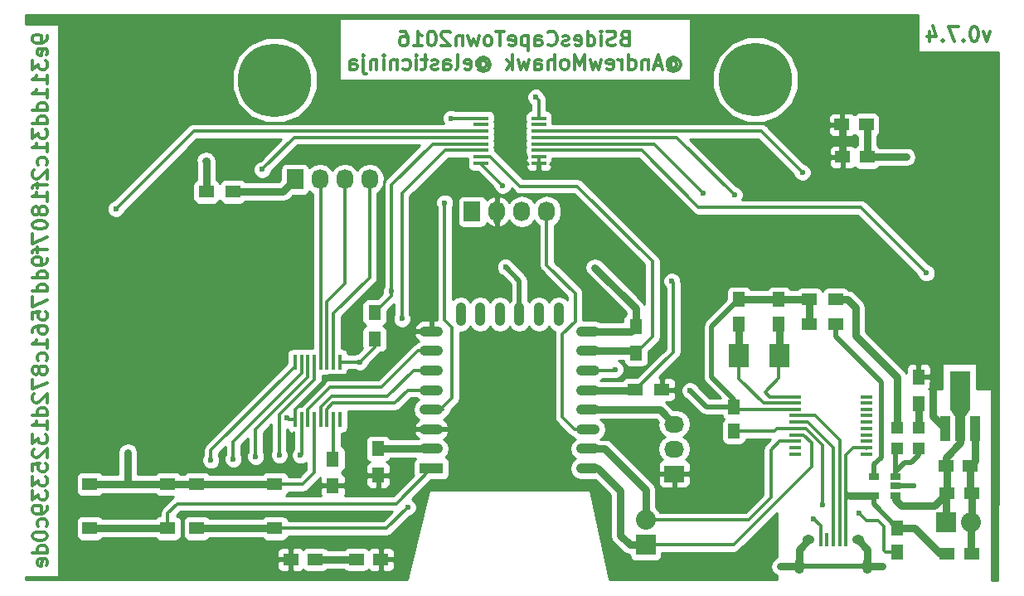
<source format=gbr>
G04 #@! TF.FileFunction,Copper,L2,Bot,Signal*
%FSLAX46Y46*%
G04 Gerber Fmt 4.6, Leading zero omitted, Abs format (unit mm)*
G04 Created by KiCad (PCBNEW 4.0.2+e4-6225~38~ubuntu15.10.1-stable) date Tue 11 Oct 2016 16:58:14 SAST*
%MOMM*%
G01*
G04 APERTURE LIST*
%ADD10C,0.100000*%
%ADD11C,0.300000*%
%ADD12R,1.198880X1.198880*%
%ADD13C,7.500000*%
%ADD14R,1.500000X1.250000*%
%ADD15R,1.727200X2.032000*%
%ADD16O,1.727200X2.032000*%
%ADD17R,0.400000X1.350000*%
%ADD18O,1.250000X0.950000*%
%ADD19O,1.000000X1.550000*%
%ADD20R,2.032000X2.032000*%
%ADD21O,2.032000X2.032000*%
%ADD22R,1.300000X1.500000*%
%ADD23R,1.500000X1.300000*%
%ADD24O,1.100000X2.400000*%
%ADD25R,2.400000X1.100000*%
%ADD26O,2.400000X1.100000*%
%ADD27R,2.032000X1.727200*%
%ADD28O,2.032000X1.727200*%
%ADD29R,1.000760X2.501900*%
%ADD30R,1.998980X4.000500*%
%ADD31R,0.450000X1.500000*%
%ADD32R,1.500000X0.450000*%
%ADD33R,1.550000X1.300000*%
%ADD34R,1.250000X1.500000*%
%ADD35R,1.270000X0.381000*%
%ADD36R,2.000000X2.400000*%
%ADD37R,1.060000X0.650000*%
%ADD38C,0.600000*%
%ADD39C,0.750000*%
%ADD40C,0.350000*%
%ADD41C,0.500000*%
%ADD42C,0.250000*%
%ADD43C,0.254000*%
G04 APERTURE END LIST*
D10*
D11*
X50099351Y-76433886D02*
X50099351Y-76719601D01*
X50027923Y-76862458D01*
X49956494Y-76933886D01*
X49742209Y-77076744D01*
X49456494Y-77148172D01*
X48885066Y-77148172D01*
X48742209Y-77076744D01*
X48670780Y-77005315D01*
X48599351Y-76862458D01*
X48599351Y-76576744D01*
X48670780Y-76433886D01*
X48742209Y-76362458D01*
X48885066Y-76291029D01*
X49242209Y-76291029D01*
X49385066Y-76362458D01*
X49456494Y-76433886D01*
X49527923Y-76576744D01*
X49527923Y-76862458D01*
X49456494Y-77005315D01*
X49385066Y-77076744D01*
X49242209Y-77148172D01*
X50027923Y-78362457D02*
X50099351Y-78219600D01*
X50099351Y-77933886D01*
X50027923Y-77791029D01*
X49885066Y-77719600D01*
X49313637Y-77719600D01*
X49170780Y-77791029D01*
X49099351Y-77933886D01*
X49099351Y-78219600D01*
X49170780Y-78362457D01*
X49313637Y-78433886D01*
X49456494Y-78433886D01*
X49599351Y-77719600D01*
X48599351Y-78933886D02*
X48599351Y-79862457D01*
X49170780Y-79362457D01*
X49170780Y-79576743D01*
X49242209Y-79719600D01*
X49313637Y-79791029D01*
X49456494Y-79862457D01*
X49813637Y-79862457D01*
X49956494Y-79791029D01*
X50027923Y-79719600D01*
X50099351Y-79576743D01*
X50099351Y-79148171D01*
X50027923Y-79005314D01*
X49956494Y-78933886D01*
X50099351Y-81291028D02*
X50099351Y-80433885D01*
X50099351Y-80862457D02*
X48599351Y-80862457D01*
X48813637Y-80719600D01*
X48956494Y-80576742D01*
X49027923Y-80433885D01*
X50099351Y-82719599D02*
X50099351Y-81862456D01*
X50099351Y-82291028D02*
X48599351Y-82291028D01*
X48813637Y-82148171D01*
X48956494Y-82005313D01*
X49027923Y-81862456D01*
X50099351Y-84005313D02*
X48599351Y-84005313D01*
X50027923Y-84005313D02*
X50099351Y-83862456D01*
X50099351Y-83576742D01*
X50027923Y-83433884D01*
X49956494Y-83362456D01*
X49813637Y-83291027D01*
X49385066Y-83291027D01*
X49242209Y-83362456D01*
X49170780Y-83433884D01*
X49099351Y-83576742D01*
X49099351Y-83862456D01*
X49170780Y-84005313D01*
X50099351Y-85362456D02*
X48599351Y-85362456D01*
X50027923Y-85362456D02*
X50099351Y-85219599D01*
X50099351Y-84933885D01*
X50027923Y-84791027D01*
X49956494Y-84719599D01*
X49813637Y-84648170D01*
X49385066Y-84648170D01*
X49242209Y-84719599D01*
X49170780Y-84791027D01*
X49099351Y-84933885D01*
X49099351Y-85219599D01*
X49170780Y-85362456D01*
X48599351Y-85933885D02*
X48599351Y-86862456D01*
X49170780Y-86362456D01*
X49170780Y-86576742D01*
X49242209Y-86719599D01*
X49313637Y-86791028D01*
X49456494Y-86862456D01*
X49813637Y-86862456D01*
X49956494Y-86791028D01*
X50027923Y-86719599D01*
X50099351Y-86576742D01*
X50099351Y-86148170D01*
X50027923Y-86005313D01*
X49956494Y-85933885D01*
X50099351Y-88291027D02*
X50099351Y-87433884D01*
X50099351Y-87862456D02*
X48599351Y-87862456D01*
X48813637Y-87719599D01*
X48956494Y-87576741D01*
X49027923Y-87433884D01*
X50027923Y-89576741D02*
X50099351Y-89433884D01*
X50099351Y-89148170D01*
X50027923Y-89005312D01*
X49956494Y-88933884D01*
X49813637Y-88862455D01*
X49385066Y-88862455D01*
X49242209Y-88933884D01*
X49170780Y-89005312D01*
X49099351Y-89148170D01*
X49099351Y-89433884D01*
X49170780Y-89576741D01*
X48742209Y-90148169D02*
X48670780Y-90219598D01*
X48599351Y-90362455D01*
X48599351Y-90719598D01*
X48670780Y-90862455D01*
X48742209Y-90933884D01*
X48885066Y-91005312D01*
X49027923Y-91005312D01*
X49242209Y-90933884D01*
X50099351Y-90076741D01*
X50099351Y-91005312D01*
X49099351Y-91433883D02*
X49099351Y-92005312D01*
X50099351Y-91648169D02*
X48813637Y-91648169D01*
X48670780Y-91719597D01*
X48599351Y-91862455D01*
X48599351Y-92005312D01*
X50099351Y-93291026D02*
X50099351Y-92433883D01*
X50099351Y-92862455D02*
X48599351Y-92862455D01*
X48813637Y-92719598D01*
X48956494Y-92576740D01*
X49027923Y-92433883D01*
X49242209Y-94148169D02*
X49170780Y-94005311D01*
X49099351Y-93933883D01*
X48956494Y-93862454D01*
X48885066Y-93862454D01*
X48742209Y-93933883D01*
X48670780Y-94005311D01*
X48599351Y-94148169D01*
X48599351Y-94433883D01*
X48670780Y-94576740D01*
X48742209Y-94648169D01*
X48885066Y-94719597D01*
X48956494Y-94719597D01*
X49099351Y-94648169D01*
X49170780Y-94576740D01*
X49242209Y-94433883D01*
X49242209Y-94148169D01*
X49313637Y-94005311D01*
X49385066Y-93933883D01*
X49527923Y-93862454D01*
X49813637Y-93862454D01*
X49956494Y-93933883D01*
X50027923Y-94005311D01*
X50099351Y-94148169D01*
X50099351Y-94433883D01*
X50027923Y-94576740D01*
X49956494Y-94648169D01*
X49813637Y-94719597D01*
X49527923Y-94719597D01*
X49385066Y-94648169D01*
X49313637Y-94576740D01*
X49242209Y-94433883D01*
X48599351Y-95648168D02*
X48599351Y-95791025D01*
X48670780Y-95933882D01*
X48742209Y-96005311D01*
X48885066Y-96076740D01*
X49170780Y-96148168D01*
X49527923Y-96148168D01*
X49813637Y-96076740D01*
X49956494Y-96005311D01*
X50027923Y-95933882D01*
X50099351Y-95791025D01*
X50099351Y-95648168D01*
X50027923Y-95505311D01*
X49956494Y-95433882D01*
X49813637Y-95362454D01*
X49527923Y-95291025D01*
X49170780Y-95291025D01*
X48885066Y-95362454D01*
X48742209Y-95433882D01*
X48670780Y-95505311D01*
X48599351Y-95648168D01*
X48599351Y-96648168D02*
X48599351Y-97648168D01*
X50099351Y-97005311D01*
X49099351Y-98005310D02*
X49099351Y-98576739D01*
X50099351Y-98219596D02*
X48813637Y-98219596D01*
X48670780Y-98291024D01*
X48599351Y-98433882D01*
X48599351Y-98576739D01*
X50099351Y-99148167D02*
X50099351Y-99433882D01*
X50027923Y-99576739D01*
X49956494Y-99648167D01*
X49742209Y-99791025D01*
X49456494Y-99862453D01*
X48885066Y-99862453D01*
X48742209Y-99791025D01*
X48670780Y-99719596D01*
X48599351Y-99576739D01*
X48599351Y-99291025D01*
X48670780Y-99148167D01*
X48742209Y-99076739D01*
X48885066Y-99005310D01*
X49242209Y-99005310D01*
X49385066Y-99076739D01*
X49456494Y-99148167D01*
X49527923Y-99291025D01*
X49527923Y-99576739D01*
X49456494Y-99719596D01*
X49385066Y-99791025D01*
X49242209Y-99862453D01*
X50099351Y-101148167D02*
X48599351Y-101148167D01*
X50027923Y-101148167D02*
X50099351Y-101005310D01*
X50099351Y-100719596D01*
X50027923Y-100576738D01*
X49956494Y-100505310D01*
X49813637Y-100433881D01*
X49385066Y-100433881D01*
X49242209Y-100505310D01*
X49170780Y-100576738D01*
X49099351Y-100719596D01*
X49099351Y-101005310D01*
X49170780Y-101148167D01*
X50099351Y-102505310D02*
X48599351Y-102505310D01*
X50027923Y-102505310D02*
X50099351Y-102362453D01*
X50099351Y-102076739D01*
X50027923Y-101933881D01*
X49956494Y-101862453D01*
X49813637Y-101791024D01*
X49385066Y-101791024D01*
X49242209Y-101862453D01*
X49170780Y-101933881D01*
X49099351Y-102076739D01*
X49099351Y-102362453D01*
X49170780Y-102505310D01*
X48599351Y-103076739D02*
X48599351Y-104076739D01*
X50099351Y-103433882D01*
X48599351Y-105362453D02*
X48599351Y-104648167D01*
X49313637Y-104576738D01*
X49242209Y-104648167D01*
X49170780Y-104791024D01*
X49170780Y-105148167D01*
X49242209Y-105291024D01*
X49313637Y-105362453D01*
X49456494Y-105433881D01*
X49813637Y-105433881D01*
X49956494Y-105362453D01*
X50027923Y-105291024D01*
X50099351Y-105148167D01*
X50099351Y-104791024D01*
X50027923Y-104648167D01*
X49956494Y-104576738D01*
X48599351Y-106719595D02*
X48599351Y-106433881D01*
X48670780Y-106291024D01*
X48742209Y-106219595D01*
X48956494Y-106076738D01*
X49242209Y-106005309D01*
X49813637Y-106005309D01*
X49956494Y-106076738D01*
X50027923Y-106148166D01*
X50099351Y-106291024D01*
X50099351Y-106576738D01*
X50027923Y-106719595D01*
X49956494Y-106791024D01*
X49813637Y-106862452D01*
X49456494Y-106862452D01*
X49313637Y-106791024D01*
X49242209Y-106719595D01*
X49170780Y-106576738D01*
X49170780Y-106291024D01*
X49242209Y-106148166D01*
X49313637Y-106076738D01*
X49456494Y-106005309D01*
X50099351Y-108291023D02*
X50099351Y-107433880D01*
X50099351Y-107862452D02*
X48599351Y-107862452D01*
X48813637Y-107719595D01*
X48956494Y-107576737D01*
X49027923Y-107433880D01*
X50027923Y-109576737D02*
X50099351Y-109433880D01*
X50099351Y-109148166D01*
X50027923Y-109005308D01*
X49956494Y-108933880D01*
X49813637Y-108862451D01*
X49385066Y-108862451D01*
X49242209Y-108933880D01*
X49170780Y-109005308D01*
X49099351Y-109148166D01*
X49099351Y-109433880D01*
X49170780Y-109576737D01*
X49242209Y-110433880D02*
X49170780Y-110291022D01*
X49099351Y-110219594D01*
X48956494Y-110148165D01*
X48885066Y-110148165D01*
X48742209Y-110219594D01*
X48670780Y-110291022D01*
X48599351Y-110433880D01*
X48599351Y-110719594D01*
X48670780Y-110862451D01*
X48742209Y-110933880D01*
X48885066Y-111005308D01*
X48956494Y-111005308D01*
X49099351Y-110933880D01*
X49170780Y-110862451D01*
X49242209Y-110719594D01*
X49242209Y-110433880D01*
X49313637Y-110291022D01*
X49385066Y-110219594D01*
X49527923Y-110148165D01*
X49813637Y-110148165D01*
X49956494Y-110219594D01*
X50027923Y-110291022D01*
X50099351Y-110433880D01*
X50099351Y-110719594D01*
X50027923Y-110862451D01*
X49956494Y-110933880D01*
X49813637Y-111005308D01*
X49527923Y-111005308D01*
X49385066Y-110933880D01*
X49313637Y-110862451D01*
X49242209Y-110719594D01*
X48599351Y-111505308D02*
X48599351Y-112505308D01*
X50099351Y-111862451D01*
X48742209Y-113005307D02*
X48670780Y-113076736D01*
X48599351Y-113219593D01*
X48599351Y-113576736D01*
X48670780Y-113719593D01*
X48742209Y-113791022D01*
X48885066Y-113862450D01*
X49027923Y-113862450D01*
X49242209Y-113791022D01*
X50099351Y-112933879D01*
X50099351Y-113862450D01*
X50099351Y-115148164D02*
X48599351Y-115148164D01*
X50027923Y-115148164D02*
X50099351Y-115005307D01*
X50099351Y-114719593D01*
X50027923Y-114576735D01*
X49956494Y-114505307D01*
X49813637Y-114433878D01*
X49385066Y-114433878D01*
X49242209Y-114505307D01*
X49170780Y-114576735D01*
X49099351Y-114719593D01*
X49099351Y-115005307D01*
X49170780Y-115148164D01*
X50099351Y-116648164D02*
X50099351Y-115791021D01*
X50099351Y-116219593D02*
X48599351Y-116219593D01*
X48813637Y-116076736D01*
X48956494Y-115933878D01*
X49027923Y-115791021D01*
X48599351Y-117148164D02*
X48599351Y-118076735D01*
X49170780Y-117576735D01*
X49170780Y-117791021D01*
X49242209Y-117933878D01*
X49313637Y-118005307D01*
X49456494Y-118076735D01*
X49813637Y-118076735D01*
X49956494Y-118005307D01*
X50027923Y-117933878D01*
X50099351Y-117791021D01*
X50099351Y-117362449D01*
X50027923Y-117219592D01*
X49956494Y-117148164D01*
X48742209Y-118648163D02*
X48670780Y-118719592D01*
X48599351Y-118862449D01*
X48599351Y-119219592D01*
X48670780Y-119362449D01*
X48742209Y-119433878D01*
X48885066Y-119505306D01*
X49027923Y-119505306D01*
X49242209Y-119433878D01*
X50099351Y-118576735D01*
X50099351Y-119505306D01*
X48599351Y-120862449D02*
X48599351Y-120148163D01*
X49313637Y-120076734D01*
X49242209Y-120148163D01*
X49170780Y-120291020D01*
X49170780Y-120648163D01*
X49242209Y-120791020D01*
X49313637Y-120862449D01*
X49456494Y-120933877D01*
X49813637Y-120933877D01*
X49956494Y-120862449D01*
X50027923Y-120791020D01*
X50099351Y-120648163D01*
X50099351Y-120291020D01*
X50027923Y-120148163D01*
X49956494Y-120076734D01*
X48599351Y-121433877D02*
X48599351Y-122362448D01*
X49170780Y-121862448D01*
X49170780Y-122076734D01*
X49242209Y-122219591D01*
X49313637Y-122291020D01*
X49456494Y-122362448D01*
X49813637Y-122362448D01*
X49956494Y-122291020D01*
X50027923Y-122219591D01*
X50099351Y-122076734D01*
X50099351Y-121648162D01*
X50027923Y-121505305D01*
X49956494Y-121433877D01*
X48599351Y-122862448D02*
X48599351Y-123791019D01*
X49170780Y-123291019D01*
X49170780Y-123505305D01*
X49242209Y-123648162D01*
X49313637Y-123719591D01*
X49456494Y-123791019D01*
X49813637Y-123791019D01*
X49956494Y-123719591D01*
X50027923Y-123648162D01*
X50099351Y-123505305D01*
X50099351Y-123076733D01*
X50027923Y-122933876D01*
X49956494Y-122862448D01*
X50099351Y-124505304D02*
X50099351Y-124791019D01*
X50027923Y-124933876D01*
X49956494Y-125005304D01*
X49742209Y-125148162D01*
X49456494Y-125219590D01*
X48885066Y-125219590D01*
X48742209Y-125148162D01*
X48670780Y-125076733D01*
X48599351Y-124933876D01*
X48599351Y-124648162D01*
X48670780Y-124505304D01*
X48742209Y-124433876D01*
X48885066Y-124362447D01*
X49242209Y-124362447D01*
X49385066Y-124433876D01*
X49456494Y-124505304D01*
X49527923Y-124648162D01*
X49527923Y-124933876D01*
X49456494Y-125076733D01*
X49385066Y-125148162D01*
X49242209Y-125219590D01*
X50027923Y-126505304D02*
X50099351Y-126362447D01*
X50099351Y-126076733D01*
X50027923Y-125933875D01*
X49956494Y-125862447D01*
X49813637Y-125791018D01*
X49385066Y-125791018D01*
X49242209Y-125862447D01*
X49170780Y-125933875D01*
X49099351Y-126076733D01*
X49099351Y-126362447D01*
X49170780Y-126505304D01*
X48599351Y-127433875D02*
X48599351Y-127576732D01*
X48670780Y-127719589D01*
X48742209Y-127791018D01*
X48885066Y-127862447D01*
X49170780Y-127933875D01*
X49527923Y-127933875D01*
X49813637Y-127862447D01*
X49956494Y-127791018D01*
X50027923Y-127719589D01*
X50099351Y-127576732D01*
X50099351Y-127433875D01*
X50027923Y-127291018D01*
X49956494Y-127219589D01*
X49813637Y-127148161D01*
X49527923Y-127076732D01*
X49170780Y-127076732D01*
X48885066Y-127148161D01*
X48742209Y-127219589D01*
X48670780Y-127291018D01*
X48599351Y-127433875D01*
X50099351Y-129219589D02*
X48599351Y-129219589D01*
X50027923Y-129219589D02*
X50099351Y-129076732D01*
X50099351Y-128791018D01*
X50027923Y-128648160D01*
X49956494Y-128576732D01*
X49813637Y-128505303D01*
X49385066Y-128505303D01*
X49242209Y-128576732D01*
X49170780Y-128648160D01*
X49099351Y-128791018D01*
X49099351Y-129076732D01*
X49170780Y-129219589D01*
X50027923Y-130505303D02*
X50099351Y-130362446D01*
X50099351Y-130076732D01*
X50027923Y-129933875D01*
X49885066Y-129862446D01*
X49313637Y-129862446D01*
X49170780Y-129933875D01*
X49099351Y-130076732D01*
X49099351Y-130362446D01*
X49170780Y-130505303D01*
X49313637Y-130576732D01*
X49456494Y-130576732D01*
X49599351Y-129862446D01*
X146386465Y-75975091D02*
X146029322Y-76975091D01*
X145672180Y-75975091D01*
X144815037Y-75475091D02*
X144672180Y-75475091D01*
X144529323Y-75546520D01*
X144457894Y-75617949D01*
X144386465Y-75760806D01*
X144315037Y-76046520D01*
X144315037Y-76403663D01*
X144386465Y-76689377D01*
X144457894Y-76832234D01*
X144529323Y-76903663D01*
X144672180Y-76975091D01*
X144815037Y-76975091D01*
X144957894Y-76903663D01*
X145029323Y-76832234D01*
X145100751Y-76689377D01*
X145172180Y-76403663D01*
X145172180Y-76046520D01*
X145100751Y-75760806D01*
X145029323Y-75617949D01*
X144957894Y-75546520D01*
X144815037Y-75475091D01*
X143672180Y-76832234D02*
X143600752Y-76903663D01*
X143672180Y-76975091D01*
X143743609Y-76903663D01*
X143672180Y-76832234D01*
X143672180Y-76975091D01*
X143100751Y-75475091D02*
X142100751Y-75475091D01*
X142743608Y-76975091D01*
X141529323Y-76832234D02*
X141457895Y-76903663D01*
X141529323Y-76975091D01*
X141600752Y-76903663D01*
X141529323Y-76832234D01*
X141529323Y-76975091D01*
X140172180Y-75975091D02*
X140172180Y-76975091D01*
X140529323Y-75403663D02*
X140886466Y-76475091D01*
X139957894Y-76475091D01*
X109055085Y-76645457D02*
X108840799Y-76716886D01*
X108769371Y-76788314D01*
X108697942Y-76931171D01*
X108697942Y-77145457D01*
X108769371Y-77288314D01*
X108840799Y-77359743D01*
X108983657Y-77431171D01*
X109555085Y-77431171D01*
X109555085Y-75931171D01*
X109055085Y-75931171D01*
X108912228Y-76002600D01*
X108840799Y-76074029D01*
X108769371Y-76216886D01*
X108769371Y-76359743D01*
X108840799Y-76502600D01*
X108912228Y-76574029D01*
X109055085Y-76645457D01*
X109555085Y-76645457D01*
X108126514Y-77359743D02*
X107912228Y-77431171D01*
X107555085Y-77431171D01*
X107412228Y-77359743D01*
X107340799Y-77288314D01*
X107269371Y-77145457D01*
X107269371Y-77002600D01*
X107340799Y-76859743D01*
X107412228Y-76788314D01*
X107555085Y-76716886D01*
X107840799Y-76645457D01*
X107983657Y-76574029D01*
X108055085Y-76502600D01*
X108126514Y-76359743D01*
X108126514Y-76216886D01*
X108055085Y-76074029D01*
X107983657Y-76002600D01*
X107840799Y-75931171D01*
X107483657Y-75931171D01*
X107269371Y-76002600D01*
X106626514Y-77431171D02*
X106626514Y-76431171D01*
X106626514Y-75931171D02*
X106697943Y-76002600D01*
X106626514Y-76074029D01*
X106555086Y-76002600D01*
X106626514Y-75931171D01*
X106626514Y-76074029D01*
X105269371Y-77431171D02*
X105269371Y-75931171D01*
X105269371Y-77359743D02*
X105412228Y-77431171D01*
X105697942Y-77431171D01*
X105840800Y-77359743D01*
X105912228Y-77288314D01*
X105983657Y-77145457D01*
X105983657Y-76716886D01*
X105912228Y-76574029D01*
X105840800Y-76502600D01*
X105697942Y-76431171D01*
X105412228Y-76431171D01*
X105269371Y-76502600D01*
X103983657Y-77359743D02*
X104126514Y-77431171D01*
X104412228Y-77431171D01*
X104555085Y-77359743D01*
X104626514Y-77216886D01*
X104626514Y-76645457D01*
X104555085Y-76502600D01*
X104412228Y-76431171D01*
X104126514Y-76431171D01*
X103983657Y-76502600D01*
X103912228Y-76645457D01*
X103912228Y-76788314D01*
X104626514Y-76931171D01*
X103340800Y-77359743D02*
X103197943Y-77431171D01*
X102912228Y-77431171D01*
X102769371Y-77359743D01*
X102697943Y-77216886D01*
X102697943Y-77145457D01*
X102769371Y-77002600D01*
X102912228Y-76931171D01*
X103126514Y-76931171D01*
X103269371Y-76859743D01*
X103340800Y-76716886D01*
X103340800Y-76645457D01*
X103269371Y-76502600D01*
X103126514Y-76431171D01*
X102912228Y-76431171D01*
X102769371Y-76502600D01*
X101197942Y-77288314D02*
X101269371Y-77359743D01*
X101483657Y-77431171D01*
X101626514Y-77431171D01*
X101840799Y-77359743D01*
X101983657Y-77216886D01*
X102055085Y-77074029D01*
X102126514Y-76788314D01*
X102126514Y-76574029D01*
X102055085Y-76288314D01*
X101983657Y-76145457D01*
X101840799Y-76002600D01*
X101626514Y-75931171D01*
X101483657Y-75931171D01*
X101269371Y-76002600D01*
X101197942Y-76074029D01*
X99912228Y-77431171D02*
X99912228Y-76645457D01*
X99983657Y-76502600D01*
X100126514Y-76431171D01*
X100412228Y-76431171D01*
X100555085Y-76502600D01*
X99912228Y-77359743D02*
X100055085Y-77431171D01*
X100412228Y-77431171D01*
X100555085Y-77359743D01*
X100626514Y-77216886D01*
X100626514Y-77074029D01*
X100555085Y-76931171D01*
X100412228Y-76859743D01*
X100055085Y-76859743D01*
X99912228Y-76788314D01*
X99197942Y-76431171D02*
X99197942Y-77931171D01*
X99197942Y-76502600D02*
X99055085Y-76431171D01*
X98769371Y-76431171D01*
X98626514Y-76502600D01*
X98555085Y-76574029D01*
X98483656Y-76716886D01*
X98483656Y-77145457D01*
X98555085Y-77288314D01*
X98626514Y-77359743D01*
X98769371Y-77431171D01*
X99055085Y-77431171D01*
X99197942Y-77359743D01*
X97269371Y-77359743D02*
X97412228Y-77431171D01*
X97697942Y-77431171D01*
X97840799Y-77359743D01*
X97912228Y-77216886D01*
X97912228Y-76645457D01*
X97840799Y-76502600D01*
X97697942Y-76431171D01*
X97412228Y-76431171D01*
X97269371Y-76502600D01*
X97197942Y-76645457D01*
X97197942Y-76788314D01*
X97912228Y-76931171D01*
X96769371Y-75931171D02*
X95912228Y-75931171D01*
X96340799Y-77431171D02*
X96340799Y-75931171D01*
X95197942Y-77431171D02*
X95340800Y-77359743D01*
X95412228Y-77288314D01*
X95483657Y-77145457D01*
X95483657Y-76716886D01*
X95412228Y-76574029D01*
X95340800Y-76502600D01*
X95197942Y-76431171D01*
X94983657Y-76431171D01*
X94840800Y-76502600D01*
X94769371Y-76574029D01*
X94697942Y-76716886D01*
X94697942Y-77145457D01*
X94769371Y-77288314D01*
X94840800Y-77359743D01*
X94983657Y-77431171D01*
X95197942Y-77431171D01*
X94197942Y-76431171D02*
X93912228Y-77431171D01*
X93626514Y-76716886D01*
X93340799Y-77431171D01*
X93055085Y-76431171D01*
X92483656Y-76431171D02*
X92483656Y-77431171D01*
X92483656Y-76574029D02*
X92412228Y-76502600D01*
X92269370Y-76431171D01*
X92055085Y-76431171D01*
X91912228Y-76502600D01*
X91840799Y-76645457D01*
X91840799Y-77431171D01*
X91197942Y-76074029D02*
X91126513Y-76002600D01*
X90983656Y-75931171D01*
X90626513Y-75931171D01*
X90483656Y-76002600D01*
X90412227Y-76074029D01*
X90340799Y-76216886D01*
X90340799Y-76359743D01*
X90412227Y-76574029D01*
X91269370Y-77431171D01*
X90340799Y-77431171D01*
X89412228Y-75931171D02*
X89269371Y-75931171D01*
X89126514Y-76002600D01*
X89055085Y-76074029D01*
X88983656Y-76216886D01*
X88912228Y-76502600D01*
X88912228Y-76859743D01*
X88983656Y-77145457D01*
X89055085Y-77288314D01*
X89126514Y-77359743D01*
X89269371Y-77431171D01*
X89412228Y-77431171D01*
X89555085Y-77359743D01*
X89626514Y-77288314D01*
X89697942Y-77145457D01*
X89769371Y-76859743D01*
X89769371Y-76502600D01*
X89697942Y-76216886D01*
X89626514Y-76074029D01*
X89555085Y-76002600D01*
X89412228Y-75931171D01*
X87483657Y-77431171D02*
X88340800Y-77431171D01*
X87912228Y-77431171D02*
X87912228Y-75931171D01*
X88055085Y-76145457D01*
X88197943Y-76288314D01*
X88340800Y-76359743D01*
X86197943Y-75931171D02*
X86483657Y-75931171D01*
X86626514Y-76002600D01*
X86697943Y-76074029D01*
X86840800Y-76288314D01*
X86912229Y-76574029D01*
X86912229Y-77145457D01*
X86840800Y-77288314D01*
X86769372Y-77359743D01*
X86626514Y-77431171D01*
X86340800Y-77431171D01*
X86197943Y-77359743D01*
X86126514Y-77288314D01*
X86055086Y-77145457D01*
X86055086Y-76788314D01*
X86126514Y-76645457D01*
X86197943Y-76574029D01*
X86340800Y-76502600D01*
X86626514Y-76502600D01*
X86769372Y-76574029D01*
X86840800Y-76645457D01*
X86912229Y-76788314D01*
X113733658Y-79116886D02*
X113805086Y-79045457D01*
X113947943Y-78974029D01*
X114090801Y-78974029D01*
X114233658Y-79045457D01*
X114305086Y-79116886D01*
X114376515Y-79259743D01*
X114376515Y-79402600D01*
X114305086Y-79545457D01*
X114233658Y-79616886D01*
X114090801Y-79688314D01*
X113947943Y-79688314D01*
X113805086Y-79616886D01*
X113733658Y-79545457D01*
X113733658Y-78974029D02*
X113733658Y-79545457D01*
X113662229Y-79616886D01*
X113590801Y-79616886D01*
X113447943Y-79545457D01*
X113376515Y-79402600D01*
X113376515Y-79045457D01*
X113519372Y-78831171D01*
X113733658Y-78688314D01*
X114019372Y-78616886D01*
X114305086Y-78688314D01*
X114519372Y-78831171D01*
X114662229Y-79045457D01*
X114733658Y-79331171D01*
X114662229Y-79616886D01*
X114519372Y-79831171D01*
X114305086Y-79974029D01*
X114019372Y-80045457D01*
X113733658Y-79974029D01*
X113519372Y-79831171D01*
X112805087Y-79402600D02*
X112090801Y-79402600D01*
X112947944Y-79831171D02*
X112447944Y-78331171D01*
X111947944Y-79831171D01*
X111447944Y-78831171D02*
X111447944Y-79831171D01*
X111447944Y-78974029D02*
X111376516Y-78902600D01*
X111233658Y-78831171D01*
X111019373Y-78831171D01*
X110876516Y-78902600D01*
X110805087Y-79045457D01*
X110805087Y-79831171D01*
X109447944Y-79831171D02*
X109447944Y-78331171D01*
X109447944Y-79759743D02*
X109590801Y-79831171D01*
X109876515Y-79831171D01*
X110019373Y-79759743D01*
X110090801Y-79688314D01*
X110162230Y-79545457D01*
X110162230Y-79116886D01*
X110090801Y-78974029D01*
X110019373Y-78902600D01*
X109876515Y-78831171D01*
X109590801Y-78831171D01*
X109447944Y-78902600D01*
X108733658Y-79831171D02*
X108733658Y-78831171D01*
X108733658Y-79116886D02*
X108662230Y-78974029D01*
X108590801Y-78902600D01*
X108447944Y-78831171D01*
X108305087Y-78831171D01*
X107233659Y-79759743D02*
X107376516Y-79831171D01*
X107662230Y-79831171D01*
X107805087Y-79759743D01*
X107876516Y-79616886D01*
X107876516Y-79045457D01*
X107805087Y-78902600D01*
X107662230Y-78831171D01*
X107376516Y-78831171D01*
X107233659Y-78902600D01*
X107162230Y-79045457D01*
X107162230Y-79188314D01*
X107876516Y-79331171D01*
X106662230Y-78831171D02*
X106376516Y-79831171D01*
X106090802Y-79116886D01*
X105805087Y-79831171D01*
X105519373Y-78831171D01*
X104947944Y-79831171D02*
X104947944Y-78331171D01*
X104447944Y-79402600D01*
X103947944Y-78331171D01*
X103947944Y-79831171D01*
X103019372Y-79831171D02*
X103162230Y-79759743D01*
X103233658Y-79688314D01*
X103305087Y-79545457D01*
X103305087Y-79116886D01*
X103233658Y-78974029D01*
X103162230Y-78902600D01*
X103019372Y-78831171D01*
X102805087Y-78831171D01*
X102662230Y-78902600D01*
X102590801Y-78974029D01*
X102519372Y-79116886D01*
X102519372Y-79545457D01*
X102590801Y-79688314D01*
X102662230Y-79759743D01*
X102805087Y-79831171D01*
X103019372Y-79831171D01*
X101876515Y-79831171D02*
X101876515Y-78331171D01*
X101233658Y-79831171D02*
X101233658Y-79045457D01*
X101305087Y-78902600D01*
X101447944Y-78831171D01*
X101662229Y-78831171D01*
X101805087Y-78902600D01*
X101876515Y-78974029D01*
X99876515Y-79831171D02*
X99876515Y-79045457D01*
X99947944Y-78902600D01*
X100090801Y-78831171D01*
X100376515Y-78831171D01*
X100519372Y-78902600D01*
X99876515Y-79759743D02*
X100019372Y-79831171D01*
X100376515Y-79831171D01*
X100519372Y-79759743D01*
X100590801Y-79616886D01*
X100590801Y-79474029D01*
X100519372Y-79331171D01*
X100376515Y-79259743D01*
X100019372Y-79259743D01*
X99876515Y-79188314D01*
X99305086Y-78831171D02*
X99019372Y-79831171D01*
X98733658Y-79116886D01*
X98447943Y-79831171D01*
X98162229Y-78831171D01*
X97590800Y-79831171D02*
X97590800Y-78331171D01*
X97447943Y-79259743D02*
X97019372Y-79831171D01*
X97019372Y-78831171D02*
X97590800Y-79402600D01*
X94305086Y-79116886D02*
X94376514Y-79045457D01*
X94519371Y-78974029D01*
X94662229Y-78974029D01*
X94805086Y-79045457D01*
X94876514Y-79116886D01*
X94947943Y-79259743D01*
X94947943Y-79402600D01*
X94876514Y-79545457D01*
X94805086Y-79616886D01*
X94662229Y-79688314D01*
X94519371Y-79688314D01*
X94376514Y-79616886D01*
X94305086Y-79545457D01*
X94305086Y-78974029D02*
X94305086Y-79545457D01*
X94233657Y-79616886D01*
X94162229Y-79616886D01*
X94019371Y-79545457D01*
X93947943Y-79402600D01*
X93947943Y-79045457D01*
X94090800Y-78831171D01*
X94305086Y-78688314D01*
X94590800Y-78616886D01*
X94876514Y-78688314D01*
X95090800Y-78831171D01*
X95233657Y-79045457D01*
X95305086Y-79331171D01*
X95233657Y-79616886D01*
X95090800Y-79831171D01*
X94876514Y-79974029D01*
X94590800Y-80045457D01*
X94305086Y-79974029D01*
X94090800Y-79831171D01*
X92733658Y-79759743D02*
X92876515Y-79831171D01*
X93162229Y-79831171D01*
X93305086Y-79759743D01*
X93376515Y-79616886D01*
X93376515Y-79045457D01*
X93305086Y-78902600D01*
X93162229Y-78831171D01*
X92876515Y-78831171D01*
X92733658Y-78902600D01*
X92662229Y-79045457D01*
X92662229Y-79188314D01*
X93376515Y-79331171D01*
X91805086Y-79831171D02*
X91947944Y-79759743D01*
X92019372Y-79616886D01*
X92019372Y-78331171D01*
X90590801Y-79831171D02*
X90590801Y-79045457D01*
X90662230Y-78902600D01*
X90805087Y-78831171D01*
X91090801Y-78831171D01*
X91233658Y-78902600D01*
X90590801Y-79759743D02*
X90733658Y-79831171D01*
X91090801Y-79831171D01*
X91233658Y-79759743D01*
X91305087Y-79616886D01*
X91305087Y-79474029D01*
X91233658Y-79331171D01*
X91090801Y-79259743D01*
X90733658Y-79259743D01*
X90590801Y-79188314D01*
X89947944Y-79759743D02*
X89805087Y-79831171D01*
X89519372Y-79831171D01*
X89376515Y-79759743D01*
X89305087Y-79616886D01*
X89305087Y-79545457D01*
X89376515Y-79402600D01*
X89519372Y-79331171D01*
X89733658Y-79331171D01*
X89876515Y-79259743D01*
X89947944Y-79116886D01*
X89947944Y-79045457D01*
X89876515Y-78902600D01*
X89733658Y-78831171D01*
X89519372Y-78831171D01*
X89376515Y-78902600D01*
X88876515Y-78831171D02*
X88305086Y-78831171D01*
X88662229Y-78331171D02*
X88662229Y-79616886D01*
X88590801Y-79759743D01*
X88447943Y-79831171D01*
X88305086Y-79831171D01*
X87805086Y-79831171D02*
X87805086Y-78831171D01*
X87805086Y-78331171D02*
X87876515Y-78402600D01*
X87805086Y-78474029D01*
X87733658Y-78402600D01*
X87805086Y-78331171D01*
X87805086Y-78474029D01*
X86447943Y-79759743D02*
X86590800Y-79831171D01*
X86876514Y-79831171D01*
X87019372Y-79759743D01*
X87090800Y-79688314D01*
X87162229Y-79545457D01*
X87162229Y-79116886D01*
X87090800Y-78974029D01*
X87019372Y-78902600D01*
X86876514Y-78831171D01*
X86590800Y-78831171D01*
X86447943Y-78902600D01*
X85805086Y-78831171D02*
X85805086Y-79831171D01*
X85805086Y-78974029D02*
X85733658Y-78902600D01*
X85590800Y-78831171D01*
X85376515Y-78831171D01*
X85233658Y-78902600D01*
X85162229Y-79045457D01*
X85162229Y-79831171D01*
X84447943Y-79831171D02*
X84447943Y-78831171D01*
X84447943Y-78331171D02*
X84519372Y-78402600D01*
X84447943Y-78474029D01*
X84376515Y-78402600D01*
X84447943Y-78331171D01*
X84447943Y-78474029D01*
X83733657Y-78831171D02*
X83733657Y-79831171D01*
X83733657Y-78974029D02*
X83662229Y-78902600D01*
X83519371Y-78831171D01*
X83305086Y-78831171D01*
X83162229Y-78902600D01*
X83090800Y-79045457D01*
X83090800Y-79831171D01*
X82376514Y-78831171D02*
X82376514Y-80116886D01*
X82447943Y-80259743D01*
X82590800Y-80331171D01*
X82662228Y-80331171D01*
X82376514Y-78331171D02*
X82447943Y-78402600D01*
X82376514Y-78474029D01*
X82305086Y-78402600D01*
X82376514Y-78331171D01*
X82376514Y-78474029D01*
X81019371Y-79831171D02*
X81019371Y-79045457D01*
X81090800Y-78902600D01*
X81233657Y-78831171D01*
X81519371Y-78831171D01*
X81662228Y-78902600D01*
X81019371Y-79759743D02*
X81162228Y-79831171D01*
X81519371Y-79831171D01*
X81662228Y-79759743D01*
X81733657Y-79616886D01*
X81733657Y-79474029D01*
X81662228Y-79331171D01*
X81519371Y-79259743D01*
X81162228Y-79259743D01*
X81019371Y-79188314D01*
D12*
X139050000Y-118549020D03*
X139050000Y-116450980D03*
D13*
X122402600Y-80899000D03*
D14*
X131287200Y-88798400D03*
X133787200Y-88798400D03*
X141950000Y-123100000D03*
X144450000Y-123100000D03*
X131236400Y-85496400D03*
X133736400Y-85496400D03*
D15*
X75387200Y-91084400D03*
D16*
X77927200Y-91084400D03*
X80467200Y-91084400D03*
X83007200Y-91084400D03*
D17*
X131650900Y-127887460D03*
X131000900Y-127887460D03*
X130350900Y-127887460D03*
X129700900Y-127887460D03*
X129050900Y-127887460D03*
D18*
X132850900Y-127887460D03*
X127850900Y-127887460D03*
D19*
X133850900Y-130587460D03*
X126850900Y-130587460D03*
D15*
X93472000Y-94361000D03*
D16*
X96012000Y-94361000D03*
X98552000Y-94361000D03*
X101092000Y-94361000D03*
D20*
X141900000Y-126100000D03*
D21*
X144440000Y-126100000D03*
D20*
X111201200Y-128422400D03*
D21*
X111201200Y-125882400D03*
D22*
X79248000Y-119655600D03*
X79248000Y-122355600D03*
D23*
X69041000Y-92329000D03*
X66341000Y-92329000D03*
D22*
X110185200Y-108842800D03*
X110185200Y-106142800D03*
D23*
X112856000Y-112572800D03*
X110156000Y-112572800D03*
D22*
X83515200Y-107369600D03*
X83515200Y-104669600D03*
X83870800Y-121288800D03*
X83870800Y-118588800D03*
D24*
X92296400Y-104849200D03*
X94296400Y-104849200D03*
X96296400Y-104849200D03*
X98296400Y-104849200D03*
X100296400Y-104849200D03*
X102296400Y-104849200D03*
D25*
X89306400Y-120599200D03*
D26*
X89306400Y-118599200D03*
X89306400Y-116599200D03*
X89306400Y-114599200D03*
X89306400Y-112599200D03*
X89306400Y-110599200D03*
X89306400Y-108599200D03*
X89306400Y-106599200D03*
X105306400Y-106599200D03*
X105306400Y-108599200D03*
X105306400Y-110599200D03*
X105306400Y-112599200D03*
X105306400Y-114599200D03*
X105306400Y-116599200D03*
X105306400Y-118599200D03*
X105306400Y-120599200D03*
D27*
X114096800Y-121158000D03*
D28*
X114096800Y-118618000D03*
X114096800Y-116078000D03*
D29*
X144801140Y-116552040D03*
X143300000Y-116552040D03*
X141798860Y-116552040D03*
D30*
X143300000Y-112599800D03*
D10*
G36*
X142799620Y-115323950D02*
X142299240Y-114574650D01*
X144300760Y-114574650D01*
X143800380Y-115323950D01*
X142799620Y-115323950D01*
X142799620Y-115323950D01*
G37*
D31*
X75398200Y-109724400D03*
X76048200Y-109724400D03*
X76698200Y-109724400D03*
X77348200Y-109724400D03*
X77998200Y-109724400D03*
X78648200Y-109724400D03*
X79298200Y-109724400D03*
X79948200Y-109724400D03*
X79948200Y-115624400D03*
X79298200Y-115624400D03*
X78648200Y-115624400D03*
X77998200Y-115624400D03*
X77348200Y-115624400D03*
X76698200Y-115624400D03*
X76048200Y-115624400D03*
X75398200Y-115624400D03*
D32*
X94382800Y-89397000D03*
X94382800Y-88747000D03*
X94382800Y-88097000D03*
X94382800Y-87447000D03*
X94382800Y-86797000D03*
X94382800Y-86147000D03*
X94382800Y-85497000D03*
X94382800Y-84847000D03*
X100282800Y-84847000D03*
X100282800Y-85497000D03*
X100282800Y-86147000D03*
X100282800Y-86797000D03*
X100282800Y-87447000D03*
X100282800Y-88097000D03*
X100282800Y-88747000D03*
X100282800Y-89397000D03*
D33*
X65367000Y-126710000D03*
X73317000Y-126710000D03*
X65367000Y-122210000D03*
X73317000Y-122210000D03*
X62395000Y-122210000D03*
X54445000Y-122210000D03*
X62395000Y-126710000D03*
X54445000Y-126710000D03*
D34*
X120700800Y-103321800D03*
X120700800Y-105821800D03*
X120218200Y-116794600D03*
X120218200Y-114294600D03*
X136900000Y-126650000D03*
X136900000Y-129150000D03*
D35*
X126466600Y-119126000D03*
X126466600Y-118491000D03*
X126466600Y-117830600D03*
X126466600Y-117170200D03*
X126466600Y-116535200D03*
X126466600Y-115874800D03*
X126466600Y-115214400D03*
X126466600Y-114579400D03*
X126466600Y-113919000D03*
X126466600Y-113284000D03*
X133705600Y-113284000D03*
X133705600Y-113919000D03*
X133705600Y-114579400D03*
X133705600Y-115214400D03*
X133705600Y-115874800D03*
X133705600Y-116535200D03*
X133705600Y-117170200D03*
X133705600Y-117830600D03*
X133705600Y-118491000D03*
X133705600Y-119126000D03*
D36*
X120708200Y-109067600D03*
X124808200Y-109067600D03*
D34*
X124790200Y-103321800D03*
X124790200Y-105821800D03*
D13*
X73317100Y-80937100D03*
D14*
X144450000Y-129300000D03*
X141950000Y-129300000D03*
X144350000Y-120300000D03*
X141850000Y-120300000D03*
D22*
X139050000Y-113950000D03*
X139050000Y-111250000D03*
D23*
X130600000Y-105850000D03*
X127900000Y-105850000D03*
D37*
X136700000Y-121450000D03*
X136700000Y-122400000D03*
X136700000Y-123350000D03*
X134500000Y-123350000D03*
X134500000Y-121450000D03*
D14*
X84150000Y-129900000D03*
X81650000Y-129900000D03*
X74950000Y-129900000D03*
X77450000Y-129900000D03*
D12*
X136850000Y-116450980D03*
X136850000Y-118549020D03*
D23*
X130600000Y-103350000D03*
X127900000Y-103350000D03*
D38*
X125750000Y-98450000D03*
X62524640Y-97840800D03*
X74549000Y-115443000D03*
X142392400Y-84683600D03*
X66802000Y-119761000D03*
X75946000Y-119253000D03*
X69088000Y-119634000D03*
X71374000Y-119380000D03*
X73787000Y-119253000D03*
X99949000Y-82677000D03*
X90678000Y-93472000D03*
X122750000Y-103321800D03*
X126250000Y-103321800D03*
X128350000Y-125750000D03*
X79500000Y-129900000D03*
X138600000Y-122400000D03*
X58331100Y-118948200D03*
X106004360Y-100081080D03*
X115722400Y-112649000D03*
X66294000Y-89154000D03*
X81991200Y-109728000D03*
X91338400Y-84836000D03*
X137820400Y-88798400D03*
X96880680Y-100035360D03*
X127203200Y-90373200D03*
X120243600Y-92659200D03*
X117094000Y-92456000D03*
X139852400Y-100634800D03*
X86309200Y-105308400D03*
X85242400Y-102463600D03*
X72034400Y-90068400D03*
X57099200Y-94081600D03*
X96583500Y-91694000D03*
X113855500Y-101473000D03*
X107619800Y-112599200D03*
X86893400Y-124561600D03*
X108077000Y-110490000D03*
X133000000Y-125200000D03*
X129250000Y-124350000D03*
D39*
X140523410Y-115276590D02*
X140523410Y-111876590D01*
X140523410Y-111876590D02*
X140900000Y-111500000D01*
X140523410Y-115276590D02*
X141798860Y-116552040D01*
D40*
X75398200Y-115624400D02*
X74730400Y-115624400D01*
X74730400Y-115624400D02*
X74549000Y-115443000D01*
X75398200Y-115624400D02*
X75398200Y-114593800D01*
X87837800Y-106599200D02*
X89306400Y-106599200D01*
X83312000Y-111125000D02*
X87837800Y-106599200D01*
X78867000Y-111125000D02*
X83312000Y-111125000D01*
X75398200Y-114593800D02*
X78867000Y-111125000D01*
D39*
X96012000Y-93624400D02*
X96012000Y-95250000D01*
D40*
X100282800Y-88747000D02*
X100282800Y-89397000D01*
D39*
X142392400Y-84683600D02*
X142392400Y-84734400D01*
X131287200Y-88798400D02*
X131287200Y-85547200D01*
X131287200Y-85547200D02*
X131236400Y-85496400D01*
D40*
X75398200Y-109724400D02*
X75398200Y-110148800D01*
X75398200Y-110148800D02*
X66802000Y-118745000D01*
X66802000Y-118745000D02*
X66802000Y-119761000D01*
X76048200Y-115624400D02*
X76048200Y-119150800D01*
X76048200Y-119150800D02*
X75946000Y-119253000D01*
X76048200Y-109724400D02*
X76048200Y-110895800D01*
X69088000Y-117856000D02*
X69088000Y-119634000D01*
X76048200Y-110895800D02*
X69088000Y-117856000D01*
X77998200Y-115624400D02*
X77998200Y-114330600D01*
X87470000Y-110599200D02*
X89306400Y-110599200D01*
X84836000Y-113233200D02*
X87470000Y-110599200D01*
X79095600Y-113233200D02*
X84836000Y-113233200D01*
X77998200Y-114330600D02*
X79095600Y-113233200D01*
X76698200Y-109724400D02*
X76698200Y-111261800D01*
X71374000Y-116586000D02*
X71374000Y-119380000D01*
X76698200Y-111261800D02*
X71374000Y-116586000D01*
X77348200Y-109724400D02*
X77348200Y-111500800D01*
X73787000Y-115062000D02*
X73787000Y-119253000D01*
X77348200Y-111500800D02*
X73787000Y-115062000D01*
X78648200Y-115624400D02*
X78648200Y-114544200D01*
X86943200Y-112599200D02*
X89306400Y-112599200D01*
X85598000Y-113944400D02*
X86943200Y-112599200D01*
X79248000Y-113944400D02*
X85598000Y-113944400D01*
X78648200Y-114544200D02*
X79248000Y-113944400D01*
X77998200Y-109724400D02*
X77998200Y-91155400D01*
X77998200Y-91155400D02*
X77927200Y-91084400D01*
X89306400Y-114599200D02*
X90251800Y-114599200D01*
X90251800Y-114599200D02*
X91440000Y-113411000D01*
X100282800Y-83010800D02*
X100282800Y-84847000D01*
X99949000Y-82677000D02*
X100282800Y-83010800D01*
X90678000Y-105410000D02*
X90678000Y-93472000D01*
X91440000Y-106172000D02*
X90678000Y-105410000D01*
X91440000Y-113411000D02*
X91440000Y-106172000D01*
X89306400Y-114599200D02*
X90505800Y-114599200D01*
X78648200Y-109724400D02*
X78648200Y-103571400D01*
X80467200Y-101752400D02*
X80467200Y-91084400D01*
X78648200Y-103571400D02*
X80467200Y-101752400D01*
X79298200Y-109724400D02*
X79298200Y-104801000D01*
X83007200Y-101092000D02*
X83007200Y-91084400D01*
X79298200Y-104801000D02*
X83007200Y-101092000D01*
D39*
X124790200Y-103321800D02*
X126250000Y-103321800D01*
X126250000Y-103321800D02*
X127871800Y-103321800D01*
X127871800Y-103321800D02*
X127900000Y-103350000D01*
X127900000Y-103350000D02*
X127900000Y-105850000D01*
X127878200Y-105871800D02*
X127900000Y-105850000D01*
D40*
X129050900Y-127887460D02*
X129050900Y-126450900D01*
X129050900Y-126450900D02*
X128350000Y-125750000D01*
D39*
X77450000Y-129900000D02*
X79500000Y-129900000D01*
X79500000Y-129900000D02*
X81650000Y-129900000D01*
D40*
X77348200Y-115624400D02*
X77348200Y-121051800D01*
X76190000Y-122210000D02*
X73317000Y-122210000D01*
X77348200Y-121051800D02*
X76190000Y-122210000D01*
D41*
X136700000Y-122400000D02*
X138600000Y-122400000D01*
D39*
X144440000Y-126100000D02*
X144440000Y-129290000D01*
X144440000Y-129290000D02*
X144450000Y-129300000D01*
X144450000Y-123100000D02*
X144450000Y-126090000D01*
X144450000Y-126090000D02*
X144440000Y-126100000D01*
X144350000Y-120300000D02*
X144350000Y-123000000D01*
X144350000Y-123000000D02*
X144450000Y-123100000D01*
X144801140Y-116552040D02*
X144801140Y-119848860D01*
X144801140Y-119848860D02*
X144350000Y-120300000D01*
X58331100Y-122210000D02*
X58331100Y-118948200D01*
X65367000Y-122210000D02*
X73317000Y-122210000D01*
X62395000Y-122210000D02*
X65367000Y-122210000D01*
X54445000Y-122210000D02*
X58331100Y-122210000D01*
X58331100Y-122210000D02*
X62395000Y-122210000D01*
X110185200Y-106142800D02*
X110185200Y-104261920D01*
X110185200Y-104261920D02*
X106004360Y-100081080D01*
D41*
X120218200Y-114294600D02*
X117368000Y-114294600D01*
X117368000Y-114294600D02*
X115722400Y-112649000D01*
X120218200Y-114294600D02*
X120218200Y-113538000D01*
X117932200Y-106090400D02*
X120700800Y-103321800D01*
X117932200Y-111252000D02*
X117932200Y-106090400D01*
X120218200Y-113538000D02*
X117932200Y-111252000D01*
D39*
X120700800Y-103321800D02*
X122750000Y-103321800D01*
X122750000Y-103321800D02*
X124790200Y-103321800D01*
D40*
X126466600Y-114579400D02*
X120503000Y-114579400D01*
X120503000Y-114579400D02*
X120218200Y-114294600D01*
D39*
X66341000Y-92329000D02*
X66341000Y-89201000D01*
X66341000Y-89201000D02*
X66294000Y-89154000D01*
D40*
X83515200Y-107369600D02*
X83515200Y-108204000D01*
X81987600Y-109724400D02*
X81991200Y-109728000D01*
X81987600Y-109724400D02*
X79948200Y-109724400D01*
X83515200Y-108204000D02*
X81991200Y-109728000D01*
X94382800Y-84847000D02*
X91349400Y-84847000D01*
X91349400Y-84847000D02*
X91338400Y-84836000D01*
D39*
X105306400Y-106599200D02*
X109728800Y-106599200D01*
X109728800Y-106599200D02*
X110185200Y-106142800D01*
X133787200Y-88798400D02*
X137820400Y-88798400D01*
X133787200Y-88798400D02*
X133787200Y-85547200D01*
X133787200Y-85547200D02*
X133736400Y-85496400D01*
D41*
X98296400Y-101451080D02*
X98296400Y-104849200D01*
X96880680Y-100035360D02*
X98296400Y-101451080D01*
D39*
X98247200Y-104800000D02*
X98296400Y-104849200D01*
X54445000Y-126710000D02*
X62395000Y-126710000D01*
D40*
X62395000Y-126710000D02*
X62395000Y-125184000D01*
X85699600Y-124206000D02*
X89306400Y-120599200D01*
X63373000Y-124206000D02*
X85699600Y-124206000D01*
X62395000Y-125184000D02*
X63373000Y-124206000D01*
X76698200Y-115624400D02*
X76698200Y-114614600D01*
X87946000Y-108599200D02*
X89306400Y-108599200D01*
X84226400Y-112318800D02*
X87946000Y-108599200D01*
X78994000Y-112318800D02*
X84226400Y-112318800D01*
X76698200Y-114614600D02*
X78994000Y-112318800D01*
D39*
X69041000Y-92329000D02*
X74142600Y-92329000D01*
X74142600Y-92329000D02*
X75387200Y-91084400D01*
D40*
X79298200Y-115624400D02*
X79298200Y-119605400D01*
X79298200Y-119605400D02*
X79248000Y-119655600D01*
D39*
X136700000Y-123350000D02*
X136700000Y-123800000D01*
X140650000Y-124400000D02*
X141950000Y-123100000D01*
X137300000Y-124400000D02*
X140650000Y-124400000D01*
X136700000Y-123800000D02*
X137300000Y-124400000D01*
D41*
X143300000Y-114949300D02*
X143300000Y-112599800D01*
X143300000Y-116552040D02*
X143300000Y-114949300D01*
X141700000Y-123350000D02*
X141950000Y-123100000D01*
D39*
X143300000Y-116552040D02*
X143300000Y-118000000D01*
X141850000Y-119450000D02*
X141850000Y-120300000D01*
X143300000Y-118000000D02*
X141850000Y-119450000D01*
X141950000Y-123100000D02*
X141950000Y-120400000D01*
X141950000Y-120400000D02*
X141850000Y-120300000D01*
X141900000Y-126100000D02*
X141900000Y-123150000D01*
X141900000Y-123150000D02*
X141950000Y-123100000D01*
D40*
X126466600Y-115214400D02*
X128473200Y-115214400D01*
X131003700Y-117744900D02*
X131000900Y-127887460D01*
X128473200Y-115214400D02*
X131003700Y-117744900D01*
X126466600Y-115874800D02*
X127762000Y-115874800D01*
X130353700Y-118466500D02*
X130350900Y-127887460D01*
X127762000Y-115874800D02*
X130353700Y-118466500D01*
D39*
X126850900Y-130587460D02*
X124962540Y-130587460D01*
X124962540Y-130587460D02*
X124950000Y-130600000D01*
X133850900Y-130587460D02*
X135337460Y-130587460D01*
X135337460Y-130587460D02*
X135350000Y-130600000D01*
X133850900Y-130587460D02*
X133850900Y-128887460D01*
X133850900Y-128887460D02*
X132850900Y-127887460D01*
X126850900Y-130587460D02*
X126850900Y-128887460D01*
X126850900Y-128887460D02*
X127850900Y-127887460D01*
D41*
X126850900Y-130587460D02*
X133850900Y-130587460D01*
D40*
X100282800Y-86147000D02*
X122977000Y-86147000D01*
X122977000Y-86147000D02*
X127203200Y-90373200D01*
X100282800Y-86797000D02*
X114381400Y-86797000D01*
X114381400Y-86797000D02*
X120243600Y-92659200D01*
X100282800Y-87447000D02*
X112085000Y-87447000D01*
X112085000Y-87447000D02*
X117094000Y-92456000D01*
X100282800Y-88097000D02*
X110753800Y-88097000D01*
X133146800Y-93929200D02*
X139852400Y-100634800D01*
X116586000Y-93929200D02*
X133146800Y-93929200D01*
X110753800Y-88097000D02*
X116586000Y-93929200D01*
X90719000Y-88097000D02*
X94382800Y-88097000D01*
X86309200Y-92506800D02*
X90719000Y-88097000D01*
X86309200Y-105308400D02*
X86309200Y-92506800D01*
X85242400Y-102463600D02*
X85242400Y-102942400D01*
X85242400Y-102942400D02*
X83515200Y-104669600D01*
X94382800Y-87447000D02*
X89438600Y-87447000D01*
X85242400Y-91643200D02*
X85242400Y-102463600D01*
X89438600Y-87447000D02*
X85242400Y-91643200D01*
X94382800Y-86797000D02*
X75305800Y-86797000D01*
X75305800Y-86797000D02*
X72034400Y-90068400D01*
X94382800Y-86147000D02*
X65033800Y-86147000D01*
X65033800Y-86147000D02*
X57099200Y-94081600D01*
X105306400Y-116599200D02*
X103911900Y-116599200D01*
X101092000Y-99822000D02*
X101092000Y-94361000D01*
X104013000Y-102743000D02*
X101092000Y-99822000D01*
X104013000Y-105575100D02*
X104013000Y-102743000D01*
X102692200Y-106895900D02*
X104013000Y-105575100D01*
X102692200Y-115379500D02*
X102692200Y-106895900D01*
X103911900Y-116599200D02*
X102692200Y-115379500D01*
D42*
X101219000Y-93751400D02*
X101092000Y-93624400D01*
D39*
X65367000Y-126710000D02*
X73317000Y-126710000D01*
D40*
X94382800Y-89397000D02*
X94382800Y-89493300D01*
X94382800Y-89493300D02*
X96583500Y-91694000D01*
X113855500Y-101473000D02*
X114020600Y-101638100D01*
X114020600Y-101638100D02*
X114020600Y-108708200D01*
X114020600Y-108708200D02*
X110156000Y-112572800D01*
X73317000Y-126710000D02*
X84745000Y-126710000D01*
X86893400Y-124561600D02*
X84745000Y-126710000D01*
X110156000Y-112572800D02*
X110185200Y-112572800D01*
X104443800Y-112599200D02*
X105306400Y-112599200D01*
D39*
X105306400Y-112599200D02*
X107619800Y-112599200D01*
X107619800Y-112599200D02*
X110129600Y-112599200D01*
X110129600Y-112599200D02*
X110156000Y-112572800D01*
D40*
X126466600Y-117170200D02*
X127304800Y-117170200D01*
X120167400Y-128422400D02*
X111201200Y-128422400D01*
X128143000Y-120446800D02*
X120167400Y-128422400D01*
X128143000Y-118008400D02*
X128143000Y-120446800D01*
X127304800Y-117170200D02*
X128143000Y-118008400D01*
D39*
X105306400Y-120599200D02*
X106324400Y-120599200D01*
X106324400Y-120599200D02*
X108610400Y-122885200D01*
X108610400Y-122885200D02*
X108610400Y-127457200D01*
X108610400Y-127457200D02*
X109575600Y-128422400D01*
X109575600Y-128422400D02*
X111201200Y-128422400D01*
D40*
X111201200Y-125882400D02*
X121691400Y-125882400D01*
X124841000Y-117830600D02*
X126466600Y-117830600D01*
X123977400Y-118694200D02*
X124841000Y-117830600D01*
X123977400Y-123596400D02*
X123977400Y-118694200D01*
X121691400Y-125882400D02*
X123977400Y-123596400D01*
D39*
X105306400Y-118599200D02*
X107016800Y-118599200D01*
X111201200Y-122783600D02*
X111201200Y-125882400D01*
X107016800Y-118599200D02*
X111201200Y-122783600D01*
D40*
X94382800Y-88747000D02*
X95338300Y-88747000D01*
X111899700Y-107128300D02*
X110185200Y-108842800D01*
X111899700Y-99466400D02*
X111899700Y-107128300D01*
X104216200Y-91782900D02*
X111899700Y-99466400D01*
X98374200Y-91782900D02*
X104216200Y-91782900D01*
X95338300Y-88747000D02*
X98374200Y-91782900D01*
D39*
X105306400Y-108599200D02*
X109941600Y-108599200D01*
X109941600Y-108599200D02*
X110185200Y-108842800D01*
X83870800Y-118588800D02*
X89296000Y-118588800D01*
X89296000Y-118588800D02*
X89306400Y-118599200D01*
X105306400Y-114599200D02*
X112618000Y-114599200D01*
X112618000Y-114599200D02*
X114096800Y-116078000D01*
D40*
X105306400Y-110599200D02*
X107967800Y-110599200D01*
X107967800Y-110599200D02*
X108077000Y-110490000D01*
D39*
X120708200Y-109067600D02*
X120708200Y-105829200D01*
X120708200Y-105829200D02*
X120700800Y-105821800D01*
D40*
X126466600Y-113919000D02*
X123215400Y-113919000D01*
X120708200Y-111411800D02*
X120708200Y-109067600D01*
X123215400Y-113919000D02*
X120708200Y-111411800D01*
X126466600Y-116535200D02*
X127585200Y-116535200D01*
X135650000Y-129150000D02*
X136900000Y-129150000D01*
X135500000Y-129000000D02*
X135650000Y-129150000D01*
X135500000Y-126500000D02*
X135500000Y-129000000D01*
X134900000Y-125900000D02*
X135500000Y-126500000D01*
X133700000Y-125900000D02*
X134900000Y-125900000D01*
X133000000Y-125200000D02*
X133700000Y-125900000D01*
X129250000Y-118200000D02*
X129250000Y-124350000D01*
X127585200Y-116535200D02*
X129250000Y-118200000D01*
X136650000Y-129150000D02*
X136900000Y-129150000D01*
X136900000Y-129600000D02*
X136900000Y-129150000D01*
X120218200Y-116794600D02*
X124327600Y-116794600D01*
X124587000Y-116535200D02*
X126466600Y-116535200D01*
X124327600Y-116794600D02*
X124587000Y-116535200D01*
D39*
X124808200Y-109067600D02*
X124808200Y-105839800D01*
X124808200Y-105839800D02*
X124790200Y-105821800D01*
D40*
X126466600Y-113284000D02*
X123825000Y-113284000D01*
X124790200Y-111404400D02*
X124790200Y-109085600D01*
X123367800Y-112826800D02*
X124790200Y-111404400D01*
X123825000Y-113284000D02*
X123367800Y-112826800D01*
X124790200Y-109085600D02*
X124808200Y-109067600D01*
D39*
X134500000Y-123350000D02*
X132050000Y-123350000D01*
D40*
X131653700Y-123800000D02*
X131653700Y-123746300D01*
X131653700Y-123746300D02*
X132050000Y-123350000D01*
D41*
X134500000Y-123350000D02*
X134500000Y-124250000D01*
X134500000Y-124250000D02*
X136900000Y-126650000D01*
D39*
X141950000Y-129300000D02*
X141300000Y-129300000D01*
X141300000Y-129300000D02*
X138650000Y-126650000D01*
X138650000Y-126650000D02*
X136900000Y-126650000D01*
D40*
X132050000Y-123350000D02*
X131653700Y-122953700D01*
X133766600Y-118552000D02*
X133705600Y-118491000D01*
X131650900Y-127887460D02*
X131653700Y-124700000D01*
X131653700Y-124700000D02*
X131653700Y-124300000D01*
X131653700Y-124300000D02*
X131653700Y-123800000D01*
X131653700Y-123800000D02*
X131653700Y-122953700D01*
X131653700Y-122953700D02*
X131653700Y-119247500D01*
X132410200Y-118491000D02*
X133705600Y-118491000D01*
X131653700Y-119247500D02*
X132410200Y-118491000D01*
D41*
X136700000Y-121450000D02*
X136700000Y-120900000D01*
X139050000Y-119250000D02*
X139050000Y-118549020D01*
X138300000Y-120000000D02*
X139050000Y-119250000D01*
X137600000Y-120000000D02*
X138300000Y-120000000D01*
X136700000Y-120900000D02*
X137600000Y-120000000D01*
X136700000Y-121450000D02*
X136700000Y-118699020D01*
X136700000Y-118699020D02*
X136850000Y-118549020D01*
X136750980Y-121399020D02*
X136700000Y-121450000D01*
D39*
X139050000Y-116450980D02*
X139050000Y-113950000D01*
D41*
X134500000Y-121450000D02*
X134500000Y-120200000D01*
X130600000Y-107150000D02*
X130600000Y-105850000D01*
X135250000Y-111800000D02*
X130600000Y-107150000D01*
X135250000Y-119450000D02*
X135250000Y-111800000D01*
X134500000Y-120200000D02*
X135250000Y-119450000D01*
D39*
X136850000Y-116450980D02*
X136850000Y-111250000D01*
X131800000Y-103350000D02*
X130600000Y-103350000D01*
X132650000Y-104200000D02*
X131800000Y-103350000D01*
X132650000Y-107050000D02*
X132650000Y-104200000D01*
X136850000Y-111250000D02*
X132650000Y-107050000D01*
D43*
G36*
X138958609Y-78131520D02*
X147193000Y-78131520D01*
X147193000Y-116890800D01*
X147142709Y-132053334D01*
X146527000Y-132047208D01*
X146527000Y-112600000D01*
X146518315Y-112553841D01*
X146491035Y-112511447D01*
X146449410Y-112483006D01*
X146400000Y-112473000D01*
X145027000Y-112473000D01*
X145027000Y-110000000D01*
X145018315Y-109953841D01*
X144991035Y-109911447D01*
X144949410Y-109883006D01*
X144900000Y-109873000D01*
X141600000Y-109873000D01*
X141553841Y-109881685D01*
X141511447Y-109908965D01*
X141483006Y-109950590D01*
X141473000Y-110000000D01*
X141473000Y-112473000D01*
X140125026Y-112473000D01*
X140238327Y-112359698D01*
X140335000Y-112126309D01*
X140335000Y-111535750D01*
X140176250Y-111377000D01*
X139177000Y-111377000D01*
X139177000Y-111397000D01*
X138923000Y-111397000D01*
X138923000Y-111377000D01*
X138903000Y-111377000D01*
X138903000Y-111123000D01*
X138923000Y-111123000D01*
X138923000Y-110023750D01*
X139177000Y-110023750D01*
X139177000Y-111123000D01*
X140176250Y-111123000D01*
X140335000Y-110964250D01*
X140335000Y-110373691D01*
X140238327Y-110140302D01*
X140059699Y-109961673D01*
X139826310Y-109865000D01*
X139335750Y-109865000D01*
X139177000Y-110023750D01*
X138923000Y-110023750D01*
X138764250Y-109865000D01*
X138273690Y-109865000D01*
X138040301Y-109961673D01*
X137861673Y-110140302D01*
X137765000Y-110373691D01*
X137765000Y-110836374D01*
X137564178Y-110535822D01*
X133660000Y-106631644D01*
X133660000Y-104200005D01*
X133660001Y-104200000D01*
X133583118Y-103813490D01*
X133364178Y-103485822D01*
X132514178Y-102635822D01*
X132186510Y-102416882D01*
X131883636Y-102356636D01*
X131814090Y-102248559D01*
X131601890Y-102103569D01*
X131350000Y-102052560D01*
X129850000Y-102052560D01*
X129614683Y-102096838D01*
X129398559Y-102235910D01*
X129253569Y-102448110D01*
X129250919Y-102461197D01*
X129114090Y-102248559D01*
X128901890Y-102103569D01*
X128650000Y-102052560D01*
X127150000Y-102052560D01*
X126914683Y-102096838D01*
X126698559Y-102235910D01*
X126646706Y-102311800D01*
X126002479Y-102311800D01*
X125879290Y-102120359D01*
X125667090Y-101975369D01*
X125415200Y-101924360D01*
X124165200Y-101924360D01*
X123929883Y-101968638D01*
X123713759Y-102107710D01*
X123574310Y-102311800D01*
X121913079Y-102311800D01*
X121789890Y-102120359D01*
X121577690Y-101975369D01*
X121325800Y-101924360D01*
X120075800Y-101924360D01*
X119840483Y-101968638D01*
X119624359Y-102107710D01*
X119479369Y-102319910D01*
X119428360Y-102571800D01*
X119428360Y-103342661D01*
X117306410Y-105464610D01*
X117114567Y-105751725D01*
X117114567Y-105751726D01*
X117047199Y-106090400D01*
X117047200Y-106090405D01*
X117047200Y-111251995D01*
X117047199Y-111252000D01*
X117090276Y-111468556D01*
X117114567Y-111590675D01*
X117254433Y-111800000D01*
X117306410Y-111877790D01*
X118838221Y-113409600D01*
X117734579Y-113409600D01*
X116565144Y-112240164D01*
X116515517Y-112120057D01*
X116252727Y-111856808D01*
X115909199Y-111714162D01*
X115537233Y-111713838D01*
X115193457Y-111855883D01*
X114930208Y-112118673D01*
X114787562Y-112462201D01*
X114787238Y-112834167D01*
X114929283Y-113177943D01*
X115192073Y-113441192D01*
X115313386Y-113491566D01*
X116742208Y-114920387D01*
X116742210Y-114920390D01*
X117029325Y-115112233D01*
X117085516Y-115123410D01*
X117368000Y-115179601D01*
X117368005Y-115179600D01*
X118971162Y-115179600D01*
X118990038Y-115279917D01*
X119129110Y-115496041D01*
X119198911Y-115543734D01*
X119141759Y-115580510D01*
X118996769Y-115792710D01*
X118945760Y-116044600D01*
X118945760Y-117544600D01*
X118990038Y-117779917D01*
X119129110Y-117996041D01*
X119341310Y-118141031D01*
X119593200Y-118192040D01*
X120843200Y-118192040D01*
X121078517Y-118147762D01*
X121294641Y-118008690D01*
X121439631Y-117796490D01*
X121478490Y-117604600D01*
X123921487Y-117604600D01*
X123404644Y-118121444D01*
X123229058Y-118384226D01*
X123167400Y-118694200D01*
X123167400Y-123260887D01*
X121355888Y-125072400D01*
X112639807Y-125072400D01*
X112400978Y-124714967D01*
X112211200Y-124588161D01*
X112211200Y-122783600D01*
X112134318Y-122397090D01*
X111915378Y-122069422D01*
X111289706Y-121443750D01*
X112445800Y-121443750D01*
X112445800Y-122147910D01*
X112542473Y-122381299D01*
X112721102Y-122559927D01*
X112954491Y-122656600D01*
X113811050Y-122656600D01*
X113969800Y-122497850D01*
X113969800Y-121285000D01*
X114223800Y-121285000D01*
X114223800Y-122497850D01*
X114382550Y-122656600D01*
X115239109Y-122656600D01*
X115472498Y-122559927D01*
X115651127Y-122381299D01*
X115747800Y-122147910D01*
X115747800Y-121443750D01*
X115589050Y-121285000D01*
X114223800Y-121285000D01*
X113969800Y-121285000D01*
X112604550Y-121285000D01*
X112445800Y-121443750D01*
X111289706Y-121443750D01*
X107730978Y-117885022D01*
X107403310Y-117666082D01*
X107016800Y-117589200D01*
X106602670Y-117589200D01*
X106830272Y-117437122D01*
X107087147Y-117052680D01*
X107177350Y-116599200D01*
X107087147Y-116145720D01*
X106830272Y-115761278D01*
X106602670Y-115609200D01*
X112199644Y-115609200D01*
X112455760Y-115865316D01*
X112413455Y-116078000D01*
X112527529Y-116651489D01*
X112852385Y-117137670D01*
X113167166Y-117348000D01*
X112852385Y-117558330D01*
X112527529Y-118044511D01*
X112413455Y-118618000D01*
X112527529Y-119191489D01*
X112852385Y-119677670D01*
X112874580Y-119692500D01*
X112721102Y-119756073D01*
X112542473Y-119934701D01*
X112445800Y-120168090D01*
X112445800Y-120872250D01*
X112604550Y-121031000D01*
X113969800Y-121031000D01*
X113969800Y-121011000D01*
X114223800Y-121011000D01*
X114223800Y-121031000D01*
X115589050Y-121031000D01*
X115747800Y-120872250D01*
X115747800Y-120168090D01*
X115651127Y-119934701D01*
X115472498Y-119756073D01*
X115319020Y-119692500D01*
X115341215Y-119677670D01*
X115666071Y-119191489D01*
X115780145Y-118618000D01*
X115666071Y-118044511D01*
X115341215Y-117558330D01*
X115026434Y-117348000D01*
X115341215Y-117137670D01*
X115666071Y-116651489D01*
X115780145Y-116078000D01*
X115666071Y-115504511D01*
X115341215Y-115018330D01*
X114855034Y-114693474D01*
X114281545Y-114579400D01*
X114026556Y-114579400D01*
X113332178Y-113885022D01*
X113291437Y-113857800D01*
X113732309Y-113857800D01*
X113965698Y-113761127D01*
X114144327Y-113582499D01*
X114241000Y-113349110D01*
X114241000Y-112858550D01*
X114082250Y-112699800D01*
X112983000Y-112699800D01*
X112983000Y-112719800D01*
X112729000Y-112719800D01*
X112729000Y-112699800D01*
X112709000Y-112699800D01*
X112709000Y-112445800D01*
X112729000Y-112445800D01*
X112729000Y-111446550D01*
X112983000Y-111446550D01*
X112983000Y-112445800D01*
X114082250Y-112445800D01*
X114241000Y-112287050D01*
X114241000Y-111796490D01*
X114144327Y-111563101D01*
X113965698Y-111384473D01*
X113732309Y-111287800D01*
X113141750Y-111287800D01*
X112983000Y-111446550D01*
X112729000Y-111446550D01*
X112578381Y-111295931D01*
X114593357Y-109280956D01*
X114768943Y-109018173D01*
X114803826Y-108842800D01*
X114830600Y-108708200D01*
X114830600Y-101638100D01*
X114790532Y-101436665D01*
X114790662Y-101287833D01*
X114648617Y-100944057D01*
X114385827Y-100680808D01*
X114042299Y-100538162D01*
X113670333Y-100537838D01*
X113326557Y-100679883D01*
X113063308Y-100942673D01*
X112920662Y-101286201D01*
X112920338Y-101658167D01*
X113062383Y-102001943D01*
X113210600Y-102150419D01*
X113210600Y-108372687D01*
X110307928Y-111275360D01*
X109406000Y-111275360D01*
X109170683Y-111319638D01*
X108954559Y-111458710D01*
X108865399Y-111589200D01*
X106602670Y-111589200D01*
X106830272Y-111437122D01*
X106848929Y-111409200D01*
X107852541Y-111409200D01*
X107890201Y-111424838D01*
X108262167Y-111425162D01*
X108605943Y-111283117D01*
X108869192Y-111020327D01*
X109011838Y-110676799D01*
X109012162Y-110304833D01*
X108870117Y-109961057D01*
X108607327Y-109697808D01*
X108393936Y-109609200D01*
X108890846Y-109609200D01*
X108932038Y-109828117D01*
X109071110Y-110044241D01*
X109283310Y-110189231D01*
X109535200Y-110240240D01*
X110835200Y-110240240D01*
X111070517Y-110195962D01*
X111286641Y-110056890D01*
X111431631Y-109844690D01*
X111482640Y-109592800D01*
X111482640Y-108690872D01*
X112472456Y-107701057D01*
X112579910Y-107540240D01*
X112648042Y-107438274D01*
X112709700Y-107128300D01*
X112709700Y-99466400D01*
X112648042Y-99156426D01*
X112551540Y-99012001D01*
X112472457Y-98893644D01*
X104788956Y-91210144D01*
X104748630Y-91183199D01*
X104526174Y-91034558D01*
X104216200Y-90972900D01*
X98709713Y-90972900D01*
X95911056Y-88174244D01*
X95835024Y-88123441D01*
X95780240Y-88086835D01*
X95780240Y-87872000D01*
X95760733Y-87768329D01*
X95780240Y-87672000D01*
X95780240Y-87222000D01*
X95760733Y-87118329D01*
X95780240Y-87022000D01*
X95780240Y-86572000D01*
X95760733Y-86468329D01*
X95780240Y-86372000D01*
X95780240Y-85922000D01*
X95760733Y-85818329D01*
X95780240Y-85722000D01*
X95780240Y-85272000D01*
X95760733Y-85168329D01*
X95780240Y-85072000D01*
X95780240Y-84622000D01*
X98885360Y-84622000D01*
X98885360Y-85072000D01*
X98904867Y-85175671D01*
X98885360Y-85272000D01*
X98885360Y-85722000D01*
X98904867Y-85825671D01*
X98885360Y-85922000D01*
X98885360Y-86372000D01*
X98904867Y-86475671D01*
X98885360Y-86572000D01*
X98885360Y-87022000D01*
X98904867Y-87125671D01*
X98885360Y-87222000D01*
X98885360Y-87672000D01*
X98904867Y-87775671D01*
X98885360Y-87872000D01*
X98885360Y-88322000D01*
X98898780Y-88393323D01*
X98897800Y-88395690D01*
X98897800Y-88475750D01*
X98918112Y-88496062D01*
X98929638Y-88557317D01*
X99054859Y-88751916D01*
X98994473Y-88812301D01*
X98917203Y-88998847D01*
X98897800Y-89018250D01*
X98897800Y-89125750D01*
X98917203Y-89145153D01*
X98994473Y-89331699D01*
X99172275Y-89509500D01*
X99056550Y-89509500D01*
X98897800Y-89668250D01*
X98897800Y-89748310D01*
X98994473Y-89981699D01*
X99173102Y-90160327D01*
X99406491Y-90257000D01*
X99997050Y-90257000D01*
X100155800Y-90098250D01*
X100155800Y-89509500D01*
X100094550Y-89509500D01*
X100155800Y-89448250D01*
X100155800Y-89250000D01*
X100409800Y-89250000D01*
X100409800Y-89448250D01*
X100471050Y-89509500D01*
X100409800Y-89509500D01*
X100409800Y-90098250D01*
X100568550Y-90257000D01*
X101159109Y-90257000D01*
X101392498Y-90160327D01*
X101571127Y-89981699D01*
X101667800Y-89748310D01*
X101667800Y-89668250D01*
X101509050Y-89509500D01*
X101393325Y-89509500D01*
X101571127Y-89331699D01*
X101648397Y-89145153D01*
X101667800Y-89125750D01*
X101667800Y-89018250D01*
X101648397Y-88998847D01*
X101610353Y-88907000D01*
X110418288Y-88907000D01*
X116013243Y-94501956D01*
X116144635Y-94589749D01*
X116276026Y-94677542D01*
X116586000Y-94739200D01*
X132811288Y-94739200D01*
X138934971Y-100862884D01*
X139059283Y-101163743D01*
X139322073Y-101426992D01*
X139665601Y-101569638D01*
X140037567Y-101569962D01*
X140381343Y-101427917D01*
X140644592Y-101165127D01*
X140787238Y-100821599D01*
X140787562Y-100449633D01*
X140645517Y-100105857D01*
X140382727Y-99842608D01*
X140080029Y-99716916D01*
X133719556Y-93356444D01*
X133619230Y-93289408D01*
X133456774Y-93180858D01*
X133146800Y-93119200D01*
X121064994Y-93119200D01*
X121178438Y-92845999D01*
X121178762Y-92474033D01*
X121036717Y-92130257D01*
X120773927Y-91867008D01*
X120471229Y-91741316D01*
X115686912Y-86957000D01*
X122641488Y-86957000D01*
X126285771Y-90601284D01*
X126410083Y-90902143D01*
X126672873Y-91165392D01*
X127016401Y-91308038D01*
X127388367Y-91308362D01*
X127732143Y-91166317D01*
X127995392Y-90903527D01*
X128138038Y-90559999D01*
X128138362Y-90188033D01*
X127996317Y-89844257D01*
X127733527Y-89581008D01*
X127430829Y-89455316D01*
X127059663Y-89084150D01*
X129902200Y-89084150D01*
X129902200Y-89549710D01*
X129998873Y-89783099D01*
X130177502Y-89961727D01*
X130410891Y-90058400D01*
X131001450Y-90058400D01*
X131160200Y-89899650D01*
X131160200Y-88925400D01*
X130060950Y-88925400D01*
X129902200Y-89084150D01*
X127059663Y-89084150D01*
X126022603Y-88047090D01*
X129902200Y-88047090D01*
X129902200Y-88512650D01*
X130060950Y-88671400D01*
X131160200Y-88671400D01*
X131160200Y-87697150D01*
X131001450Y-87538400D01*
X130410891Y-87538400D01*
X130177502Y-87635073D01*
X129998873Y-87813701D01*
X129902200Y-88047090D01*
X126022603Y-88047090D01*
X123757663Y-85782150D01*
X129851400Y-85782150D01*
X129851400Y-86247710D01*
X129948073Y-86481099D01*
X130126702Y-86659727D01*
X130360091Y-86756400D01*
X130950650Y-86756400D01*
X131109400Y-86597650D01*
X131109400Y-85623400D01*
X130010150Y-85623400D01*
X129851400Y-85782150D01*
X123757663Y-85782150D01*
X123549756Y-85574244D01*
X123473724Y-85523441D01*
X123286974Y-85398658D01*
X122977000Y-85337000D01*
X101680240Y-85337000D01*
X101680240Y-85272000D01*
X101660733Y-85168329D01*
X101680240Y-85072000D01*
X101680240Y-84622000D01*
X101635962Y-84386683D01*
X101496890Y-84170559D01*
X101284690Y-84025569D01*
X101092800Y-83986710D01*
X101092800Y-83010800D01*
X101031142Y-82700826D01*
X100891497Y-82491833D01*
X100872276Y-82463066D01*
X100742117Y-82148057D01*
X100479327Y-81884808D01*
X100196589Y-81767404D01*
X118016841Y-81767404D01*
X118683010Y-83379658D01*
X119915454Y-84614254D01*
X121526543Y-85283237D01*
X123271004Y-85284759D01*
X124577104Y-84745090D01*
X129851400Y-84745090D01*
X129851400Y-85210650D01*
X130010150Y-85369400D01*
X131109400Y-85369400D01*
X131109400Y-84395150D01*
X131363400Y-84395150D01*
X131363400Y-85369400D01*
X131383400Y-85369400D01*
X131383400Y-85623400D01*
X131363400Y-85623400D01*
X131363400Y-86597650D01*
X131522150Y-86756400D01*
X132112709Y-86756400D01*
X132346098Y-86659727D01*
X132487336Y-86518490D01*
X132522310Y-86572841D01*
X132734510Y-86717831D01*
X132777200Y-86726476D01*
X132777200Y-87586121D01*
X132585759Y-87709310D01*
X132539231Y-87777406D01*
X132396898Y-87635073D01*
X132163509Y-87538400D01*
X131572950Y-87538400D01*
X131414200Y-87697150D01*
X131414200Y-88671400D01*
X131434200Y-88671400D01*
X131434200Y-88925400D01*
X131414200Y-88925400D01*
X131414200Y-89899650D01*
X131572950Y-90058400D01*
X132163509Y-90058400D01*
X132396898Y-89961727D01*
X132538136Y-89820490D01*
X132573110Y-89874841D01*
X132785310Y-90019831D01*
X133037200Y-90070840D01*
X134537200Y-90070840D01*
X134772517Y-90026562D01*
X134988641Y-89887490D01*
X135042681Y-89808400D01*
X137820400Y-89808400D01*
X138206910Y-89731518D01*
X138534578Y-89512578D01*
X138753518Y-89184910D01*
X138830400Y-88798400D01*
X138753518Y-88411890D01*
X138534578Y-88084222D01*
X138206910Y-87865282D01*
X137820400Y-87788400D01*
X135044044Y-87788400D01*
X135001290Y-87721959D01*
X134797200Y-87582510D01*
X134797200Y-86675990D01*
X134937841Y-86585490D01*
X135082831Y-86373290D01*
X135133840Y-86121400D01*
X135133840Y-84871400D01*
X135089562Y-84636083D01*
X134950490Y-84419959D01*
X134738290Y-84274969D01*
X134486400Y-84223960D01*
X132986400Y-84223960D01*
X132751083Y-84268238D01*
X132534959Y-84407310D01*
X132488431Y-84475406D01*
X132346098Y-84333073D01*
X132112709Y-84236400D01*
X131522150Y-84236400D01*
X131363400Y-84395150D01*
X131109400Y-84395150D01*
X130950650Y-84236400D01*
X130360091Y-84236400D01*
X130126702Y-84333073D01*
X129948073Y-84511701D01*
X129851400Y-84745090D01*
X124577104Y-84745090D01*
X124883258Y-84618590D01*
X126117854Y-83386146D01*
X126786837Y-81775057D01*
X126788359Y-80030596D01*
X126122190Y-78418342D01*
X124889746Y-77183746D01*
X123278657Y-76514763D01*
X121534196Y-76513241D01*
X119921942Y-77179410D01*
X118687346Y-78411854D01*
X118018363Y-80022943D01*
X118016841Y-81767404D01*
X100196589Y-81767404D01*
X100135799Y-81742162D01*
X99763833Y-81741838D01*
X99420057Y-81883883D01*
X99156808Y-82146673D01*
X99014162Y-82490201D01*
X99013838Y-82862167D01*
X99155883Y-83205943D01*
X99418673Y-83469192D01*
X99472800Y-83491668D01*
X99472800Y-83985850D01*
X99297483Y-84018838D01*
X99081359Y-84157910D01*
X98936369Y-84370110D01*
X98885360Y-84622000D01*
X95780240Y-84622000D01*
X95735962Y-84386683D01*
X95596890Y-84170559D01*
X95384690Y-84025569D01*
X95132800Y-83974560D01*
X93632800Y-83974560D01*
X93397483Y-84018838D01*
X93369258Y-84037000D01*
X91852332Y-84037000D01*
X91525199Y-83901162D01*
X91153233Y-83900838D01*
X90809457Y-84042883D01*
X90546208Y-84305673D01*
X90403562Y-84649201D01*
X90403238Y-85021167D01*
X90533737Y-85337000D01*
X65033800Y-85337000D01*
X64723826Y-85398658D01*
X64618571Y-85468988D01*
X64461044Y-85574243D01*
X56871118Y-93164170D01*
X56570257Y-93288483D01*
X56307008Y-93551273D01*
X56164362Y-93894801D01*
X56164038Y-94266767D01*
X56306083Y-94610543D01*
X56568873Y-94873792D01*
X56912401Y-95016438D01*
X57284367Y-95016762D01*
X57628143Y-94874717D01*
X57891392Y-94611927D01*
X58017084Y-94309228D01*
X65369313Y-86957000D01*
X74000287Y-86957000D01*
X71806318Y-89150970D01*
X71505457Y-89275283D01*
X71242208Y-89538073D01*
X71099562Y-89881601D01*
X71099238Y-90253567D01*
X71241283Y-90597343D01*
X71504073Y-90860592D01*
X71847601Y-91003238D01*
X72219567Y-91003562D01*
X72563343Y-90861517D01*
X72826592Y-90598727D01*
X72952284Y-90296028D01*
X75641313Y-87607000D01*
X88133087Y-87607000D01*
X84669644Y-91070444D01*
X84494058Y-91333226D01*
X84432400Y-91643200D01*
X84432400Y-101976159D01*
X84307562Y-102276801D01*
X84307238Y-102648767D01*
X84331588Y-102707699D01*
X83767128Y-103272160D01*
X82865200Y-103272160D01*
X82629883Y-103316438D01*
X82413759Y-103455510D01*
X82268769Y-103667710D01*
X82217760Y-103919600D01*
X82217760Y-105419600D01*
X82262038Y-105654917D01*
X82401110Y-105871041D01*
X82613310Y-106016031D01*
X82626397Y-106018681D01*
X82413759Y-106155510D01*
X82268769Y-106367710D01*
X82217760Y-106619600D01*
X82217760Y-108119600D01*
X82255186Y-108318502D01*
X81763117Y-108810570D01*
X81511830Y-108914400D01*
X80809350Y-108914400D01*
X80776362Y-108739083D01*
X80637290Y-108522959D01*
X80425090Y-108377969D01*
X80173200Y-108326960D01*
X80108200Y-108326960D01*
X80108200Y-105136512D01*
X83579956Y-101664757D01*
X83671041Y-101528438D01*
X83755542Y-101401974D01*
X83817200Y-101092000D01*
X83817200Y-92495639D01*
X84066870Y-92328815D01*
X84391726Y-91842634D01*
X84505800Y-91269145D01*
X84505800Y-90899655D01*
X84391726Y-90326166D01*
X84066870Y-89839985D01*
X83580689Y-89515129D01*
X83007200Y-89401055D01*
X82433711Y-89515129D01*
X81947530Y-89839985D01*
X81737200Y-90154766D01*
X81526870Y-89839985D01*
X81040689Y-89515129D01*
X80467200Y-89401055D01*
X79893711Y-89515129D01*
X79407530Y-89839985D01*
X79197200Y-90154766D01*
X78986870Y-89839985D01*
X78500689Y-89515129D01*
X77927200Y-89401055D01*
X77353711Y-89515129D01*
X76867530Y-89839985D01*
X76857957Y-89854313D01*
X76853962Y-89833083D01*
X76714890Y-89616959D01*
X76502690Y-89471969D01*
X76250800Y-89420960D01*
X74523600Y-89420960D01*
X74288283Y-89465238D01*
X74072159Y-89604310D01*
X73927169Y-89816510D01*
X73876160Y-90068400D01*
X73876160Y-91167084D01*
X73724244Y-91319000D01*
X70313931Y-91319000D01*
X70255090Y-91227559D01*
X70042890Y-91082569D01*
X69791000Y-91031560D01*
X68291000Y-91031560D01*
X68055683Y-91075838D01*
X67839559Y-91214910D01*
X67694569Y-91427110D01*
X67691919Y-91440197D01*
X67555090Y-91227559D01*
X67351000Y-91088110D01*
X67351000Y-89201000D01*
X67274118Y-88814490D01*
X67055178Y-88486822D01*
X67008178Y-88439822D01*
X66680510Y-88220882D01*
X66294000Y-88144000D01*
X65907490Y-88220882D01*
X65579822Y-88439822D01*
X65360882Y-88767490D01*
X65284000Y-89154000D01*
X65331000Y-89390284D01*
X65331000Y-91091721D01*
X65139559Y-91214910D01*
X64994569Y-91427110D01*
X64943560Y-91679000D01*
X64943560Y-92979000D01*
X64987838Y-93214317D01*
X65126910Y-93430441D01*
X65339110Y-93575431D01*
X65591000Y-93626440D01*
X67091000Y-93626440D01*
X67326317Y-93582162D01*
X67542441Y-93443090D01*
X67687431Y-93230890D01*
X67690081Y-93217803D01*
X67826910Y-93430441D01*
X68039110Y-93575431D01*
X68291000Y-93626440D01*
X69791000Y-93626440D01*
X70026317Y-93582162D01*
X70242441Y-93443090D01*
X70313563Y-93339000D01*
X74142600Y-93339000D01*
X74529110Y-93262118D01*
X74856778Y-93043178D01*
X75152116Y-92747840D01*
X76250800Y-92747840D01*
X76486117Y-92703562D01*
X76702241Y-92564490D01*
X76847231Y-92352290D01*
X76855600Y-92310961D01*
X76867530Y-92328815D01*
X77188200Y-92543080D01*
X77188200Y-108326960D01*
X77123200Y-108326960D01*
X77019529Y-108346467D01*
X76923200Y-108326960D01*
X76473200Y-108326960D01*
X76369529Y-108346467D01*
X76273200Y-108326960D01*
X75823200Y-108326960D01*
X75719529Y-108346467D01*
X75623200Y-108326960D01*
X75173200Y-108326960D01*
X74937883Y-108371238D01*
X74721759Y-108510310D01*
X74576769Y-108722510D01*
X74525760Y-108974400D01*
X74525760Y-109875727D01*
X66229244Y-118172244D01*
X66053658Y-118435026D01*
X65992000Y-118745000D01*
X65992000Y-119273559D01*
X65867162Y-119574201D01*
X65866838Y-119946167D01*
X66008883Y-120289943D01*
X66271673Y-120553192D01*
X66615201Y-120695838D01*
X66987167Y-120696162D01*
X67330943Y-120554117D01*
X67594192Y-120291327D01*
X67736838Y-119947799D01*
X67737162Y-119575833D01*
X67612000Y-119272917D01*
X67612000Y-119080512D01*
X68278000Y-118414512D01*
X68278000Y-119146559D01*
X68153162Y-119447201D01*
X68152838Y-119819167D01*
X68294883Y-120162943D01*
X68557673Y-120426192D01*
X68901201Y-120568838D01*
X69273167Y-120569162D01*
X69616943Y-120427117D01*
X69880192Y-120164327D01*
X70022838Y-119820799D01*
X70023162Y-119448833D01*
X69898000Y-119145917D01*
X69898000Y-118191512D01*
X70564000Y-117525512D01*
X70564000Y-118892559D01*
X70439162Y-119193201D01*
X70438838Y-119565167D01*
X70580883Y-119908943D01*
X70843673Y-120172192D01*
X71187201Y-120314838D01*
X71559167Y-120315162D01*
X71902943Y-120173117D01*
X72166192Y-119910327D01*
X72308838Y-119566799D01*
X72309162Y-119194833D01*
X72184000Y-118891917D01*
X72184000Y-116921512D01*
X72977000Y-116128512D01*
X72977000Y-118765559D01*
X72852162Y-119066201D01*
X72851838Y-119438167D01*
X72993883Y-119781943D01*
X73256673Y-120045192D01*
X73600201Y-120187838D01*
X73972167Y-120188162D01*
X74315943Y-120046117D01*
X74579192Y-119783327D01*
X74721838Y-119439799D01*
X74722162Y-119067833D01*
X74597000Y-118764917D01*
X74597000Y-116642665D01*
X74634873Y-116734098D01*
X74813501Y-116912727D01*
X75046890Y-117009400D01*
X75126950Y-117009400D01*
X75238200Y-116898150D01*
X75238200Y-118638428D01*
X75153808Y-118722673D01*
X75011162Y-119066201D01*
X75010838Y-119438167D01*
X75152883Y-119781943D01*
X75415673Y-120045192D01*
X75759201Y-120187838D01*
X76131167Y-120188162D01*
X76474943Y-120046117D01*
X76538200Y-119982970D01*
X76538200Y-120716287D01*
X75854488Y-121400000D01*
X74709334Y-121400000D01*
X74695162Y-121324683D01*
X74556090Y-121108559D01*
X74343890Y-120963569D01*
X74092000Y-120912560D01*
X72542000Y-120912560D01*
X72306683Y-120956838D01*
X72090559Y-121095910D01*
X72019437Y-121200000D01*
X66664931Y-121200000D01*
X66606090Y-121108559D01*
X66393890Y-120963569D01*
X66142000Y-120912560D01*
X64592000Y-120912560D01*
X64356683Y-120956838D01*
X64140559Y-121095910D01*
X64069437Y-121200000D01*
X63692931Y-121200000D01*
X63634090Y-121108559D01*
X63421890Y-120963569D01*
X63170000Y-120912560D01*
X61620000Y-120912560D01*
X61384683Y-120956838D01*
X61168559Y-121095910D01*
X61097437Y-121200000D01*
X59341100Y-121200000D01*
X59341100Y-118948200D01*
X59264218Y-118561690D01*
X59045278Y-118234022D01*
X58717610Y-118015082D01*
X58331100Y-117938200D01*
X57944590Y-118015082D01*
X57616922Y-118234022D01*
X57397982Y-118561690D01*
X57321100Y-118948200D01*
X57321100Y-121200000D01*
X55742931Y-121200000D01*
X55684090Y-121108559D01*
X55471890Y-120963569D01*
X55220000Y-120912560D01*
X53670000Y-120912560D01*
X53434683Y-120956838D01*
X53218559Y-121095910D01*
X53073569Y-121308110D01*
X53022560Y-121560000D01*
X53022560Y-122860000D01*
X53066838Y-123095317D01*
X53205910Y-123311441D01*
X53418110Y-123456431D01*
X53670000Y-123507440D01*
X55220000Y-123507440D01*
X55455317Y-123463162D01*
X55671441Y-123324090D01*
X55742563Y-123220000D01*
X61097069Y-123220000D01*
X61155910Y-123311441D01*
X61368110Y-123456431D01*
X61620000Y-123507440D01*
X62988521Y-123507440D01*
X62800244Y-123633243D01*
X61822244Y-124611244D01*
X61646658Y-124874026D01*
X61585000Y-125184000D01*
X61585000Y-125419146D01*
X61384683Y-125456838D01*
X61168559Y-125595910D01*
X61097437Y-125700000D01*
X55742931Y-125700000D01*
X55684090Y-125608559D01*
X55471890Y-125463569D01*
X55220000Y-125412560D01*
X53670000Y-125412560D01*
X53434683Y-125456838D01*
X53218559Y-125595910D01*
X53073569Y-125808110D01*
X53022560Y-126060000D01*
X53022560Y-127360000D01*
X53066838Y-127595317D01*
X53205910Y-127811441D01*
X53418110Y-127956431D01*
X53670000Y-128007440D01*
X55220000Y-128007440D01*
X55455317Y-127963162D01*
X55671441Y-127824090D01*
X55742563Y-127720000D01*
X61097069Y-127720000D01*
X61155910Y-127811441D01*
X61368110Y-127956431D01*
X61620000Y-128007440D01*
X63170000Y-128007440D01*
X63405317Y-127963162D01*
X63621441Y-127824090D01*
X63766431Y-127611890D01*
X63817440Y-127360000D01*
X63817440Y-126060000D01*
X63773162Y-125824683D01*
X63634090Y-125608559D01*
X63421890Y-125463569D01*
X63288047Y-125436465D01*
X63708513Y-125016000D01*
X85293487Y-125016000D01*
X84409488Y-125900000D01*
X74709334Y-125900000D01*
X74695162Y-125824683D01*
X74556090Y-125608559D01*
X74343890Y-125463569D01*
X74092000Y-125412560D01*
X72542000Y-125412560D01*
X72306683Y-125456838D01*
X72090559Y-125595910D01*
X72019437Y-125700000D01*
X66664931Y-125700000D01*
X66606090Y-125608559D01*
X66393890Y-125463569D01*
X66142000Y-125412560D01*
X64592000Y-125412560D01*
X64356683Y-125456838D01*
X64140559Y-125595910D01*
X63995569Y-125808110D01*
X63944560Y-126060000D01*
X63944560Y-127360000D01*
X63988838Y-127595317D01*
X64127910Y-127811441D01*
X64340110Y-127956431D01*
X64592000Y-128007440D01*
X66142000Y-128007440D01*
X66377317Y-127963162D01*
X66593441Y-127824090D01*
X66664563Y-127720000D01*
X72019069Y-127720000D01*
X72077910Y-127811441D01*
X72290110Y-127956431D01*
X72542000Y-128007440D01*
X74092000Y-128007440D01*
X74327317Y-127963162D01*
X74543441Y-127824090D01*
X74688431Y-127611890D01*
X74707039Y-127520000D01*
X84745000Y-127520000D01*
X85054974Y-127458342D01*
X85317756Y-127282756D01*
X87121484Y-125479029D01*
X87422343Y-125354717D01*
X87685592Y-125091927D01*
X87828238Y-124748399D01*
X87828562Y-124376433D01*
X87686517Y-124032657D01*
X87423727Y-123769408D01*
X87323374Y-123727738D01*
X89254473Y-121796640D01*
X90506400Y-121796640D01*
X90741717Y-121752362D01*
X90957841Y-121613290D01*
X91102831Y-121401090D01*
X91153840Y-121149200D01*
X91153840Y-120049200D01*
X91109562Y-119813883D01*
X90970490Y-119597759D01*
X90782301Y-119469175D01*
X90830272Y-119437122D01*
X91087147Y-119052680D01*
X91177350Y-118599200D01*
X91087147Y-118145720D01*
X90830272Y-117761278D01*
X90584828Y-117597278D01*
X90884124Y-117347318D01*
X91099798Y-116935346D01*
X91100203Y-116908944D01*
X90974761Y-116726200D01*
X89433400Y-116726200D01*
X89433400Y-116746200D01*
X89179400Y-116746200D01*
X89179400Y-116726200D01*
X87638039Y-116726200D01*
X87512597Y-116908944D01*
X87513002Y-116935346D01*
X87728676Y-117347318D01*
X88005847Y-117578800D01*
X85108079Y-117578800D01*
X84984890Y-117387359D01*
X84772690Y-117242369D01*
X84520800Y-117191360D01*
X83220800Y-117191360D01*
X82985483Y-117235638D01*
X82769359Y-117374710D01*
X82624369Y-117586910D01*
X82573360Y-117838800D01*
X82573360Y-119338800D01*
X82617638Y-119574117D01*
X82756710Y-119790241D01*
X82968910Y-119935231D01*
X83002290Y-119941991D01*
X82861101Y-120000473D01*
X82682473Y-120179102D01*
X82585800Y-120412491D01*
X82585800Y-121003050D01*
X82744550Y-121161800D01*
X83743800Y-121161800D01*
X83743800Y-121141800D01*
X83997800Y-121141800D01*
X83997800Y-121161800D01*
X84997050Y-121161800D01*
X85155800Y-121003050D01*
X85155800Y-120412491D01*
X85059127Y-120179102D01*
X84880499Y-120000473D01*
X84744513Y-119944146D01*
X84756117Y-119941962D01*
X84972241Y-119802890D01*
X85111690Y-119598800D01*
X87645605Y-119598800D01*
X87509969Y-119797310D01*
X87458960Y-120049200D01*
X87458960Y-121149200D01*
X87483020Y-121277067D01*
X85364088Y-123396000D01*
X80465031Y-123396000D01*
X80533000Y-123231909D01*
X80533000Y-122641350D01*
X80374250Y-122482600D01*
X79375000Y-122482600D01*
X79375000Y-122502600D01*
X79121000Y-122502600D01*
X79121000Y-122482600D01*
X78121750Y-122482600D01*
X77963000Y-122641350D01*
X77963000Y-123231909D01*
X78030969Y-123396000D01*
X74431690Y-123396000D01*
X74543441Y-123324090D01*
X74688431Y-123111890D01*
X74707039Y-123020000D01*
X76190000Y-123020000D01*
X76499974Y-122958342D01*
X76762756Y-122782756D01*
X77920956Y-121624557D01*
X77963000Y-121561633D01*
X77963000Y-122069850D01*
X78121750Y-122228600D01*
X79121000Y-122228600D01*
X79121000Y-122208600D01*
X79375000Y-122208600D01*
X79375000Y-122228600D01*
X80374250Y-122228600D01*
X80533000Y-122069850D01*
X80533000Y-121574550D01*
X82585800Y-121574550D01*
X82585800Y-122165109D01*
X82682473Y-122398498D01*
X82861101Y-122577127D01*
X83094490Y-122673800D01*
X83585050Y-122673800D01*
X83743800Y-122515050D01*
X83743800Y-121415800D01*
X83997800Y-121415800D01*
X83997800Y-122515050D01*
X84156550Y-122673800D01*
X84647110Y-122673800D01*
X84880499Y-122577127D01*
X85059127Y-122398498D01*
X85155800Y-122165109D01*
X85155800Y-121574550D01*
X84997050Y-121415800D01*
X83997800Y-121415800D01*
X83743800Y-121415800D01*
X82744550Y-121415800D01*
X82585800Y-121574550D01*
X80533000Y-121574550D01*
X80533000Y-121479291D01*
X80436327Y-121245902D01*
X80257699Y-121067273D01*
X80121713Y-121010946D01*
X80133317Y-121008762D01*
X80349441Y-120869690D01*
X80494431Y-120657490D01*
X80545440Y-120405600D01*
X80545440Y-118905600D01*
X80501162Y-118670283D01*
X80362090Y-118454159D01*
X80149890Y-118309169D01*
X80108200Y-118300727D01*
X80108200Y-117021840D01*
X80173200Y-117021840D01*
X80408517Y-116977562D01*
X80624641Y-116838490D01*
X80769631Y-116626290D01*
X80820640Y-116374400D01*
X80820640Y-114874400D01*
X80798060Y-114754400D01*
X85598000Y-114754400D01*
X85907974Y-114692742D01*
X86170756Y-114517156D01*
X87278713Y-113409200D01*
X87763871Y-113409200D01*
X87782528Y-113437122D01*
X88025096Y-113599200D01*
X87782528Y-113761278D01*
X87525653Y-114145720D01*
X87435450Y-114599200D01*
X87525653Y-115052680D01*
X87782528Y-115437122D01*
X88027972Y-115601122D01*
X87728676Y-115851082D01*
X87513002Y-116263054D01*
X87512597Y-116289456D01*
X87638039Y-116472200D01*
X89179400Y-116472200D01*
X89179400Y-116452200D01*
X89433400Y-116452200D01*
X89433400Y-116472200D01*
X90974761Y-116472200D01*
X91100203Y-116289456D01*
X91099798Y-116263054D01*
X90884124Y-115851082D01*
X90584828Y-115601122D01*
X90830272Y-115437122D01*
X90950098Y-115257789D01*
X91078556Y-115171956D01*
X91254142Y-114909174D01*
X91295560Y-114700952D01*
X92012757Y-113983756D01*
X92188343Y-113720973D01*
X92250000Y-113411000D01*
X92250000Y-106710920D01*
X92296400Y-106720150D01*
X92749880Y-106629947D01*
X93134322Y-106373072D01*
X93296400Y-106130504D01*
X93458478Y-106373072D01*
X93842920Y-106629947D01*
X94296400Y-106720150D01*
X94749880Y-106629947D01*
X95134322Y-106373072D01*
X95296400Y-106130504D01*
X95458478Y-106373072D01*
X95842920Y-106629947D01*
X96296400Y-106720150D01*
X96749880Y-106629947D01*
X97134322Y-106373072D01*
X97296400Y-106130504D01*
X97458478Y-106373072D01*
X97842920Y-106629947D01*
X98296400Y-106720150D01*
X98749880Y-106629947D01*
X99134322Y-106373072D01*
X99296400Y-106130504D01*
X99458478Y-106373072D01*
X99842920Y-106629947D01*
X100296400Y-106720150D01*
X100749880Y-106629947D01*
X101134322Y-106373072D01*
X101296400Y-106130504D01*
X101458478Y-106373072D01*
X101842920Y-106629947D01*
X101931593Y-106647585D01*
X101882200Y-106895900D01*
X101882200Y-115379500D01*
X101943858Y-115689474D01*
X102080023Y-115893259D01*
X102119444Y-115952256D01*
X103339143Y-117171956D01*
X103431212Y-117233474D01*
X103601926Y-117347542D01*
X103741181Y-117375242D01*
X103782528Y-117437122D01*
X104025096Y-117599200D01*
X103782528Y-117761278D01*
X103525653Y-118145720D01*
X103435450Y-118599200D01*
X103525653Y-119052680D01*
X103782528Y-119437122D01*
X104025096Y-119599200D01*
X103782528Y-119761278D01*
X103525653Y-120145720D01*
X103435450Y-120599200D01*
X103525653Y-121052680D01*
X103782528Y-121437122D01*
X104166970Y-121693997D01*
X104620450Y-121784200D01*
X105992350Y-121784200D01*
X106066329Y-121769485D01*
X107600400Y-123303556D01*
X107600400Y-127457200D01*
X107677282Y-127843710D01*
X107896222Y-128171378D01*
X108861422Y-129136578D01*
X109189090Y-129355518D01*
X109537760Y-129424873D01*
X109537760Y-129438400D01*
X109582038Y-129673717D01*
X109721110Y-129889841D01*
X109933310Y-130034831D01*
X110185200Y-130085840D01*
X112217200Y-130085840D01*
X112452517Y-130041562D01*
X112668641Y-129902490D01*
X112813631Y-129690290D01*
X112864640Y-129438400D01*
X112864640Y-129232400D01*
X120167400Y-129232400D01*
X120477374Y-129170742D01*
X120740156Y-128995156D01*
X124573000Y-125162312D01*
X124573000Y-129656367D01*
X124248362Y-129873282D01*
X124235822Y-129885822D01*
X124016882Y-130213490D01*
X123940000Y-130600000D01*
X124016882Y-130986510D01*
X124235822Y-131314178D01*
X124563490Y-131533118D01*
X124573000Y-131535010D01*
X124573000Y-131953000D01*
X107489557Y-131953000D01*
X105534132Y-122909161D01*
X105501035Y-122847447D01*
X105459410Y-122819006D01*
X105410000Y-122809000D01*
X89154000Y-122809000D01*
X89089472Y-122826615D01*
X89051999Y-122860338D01*
X89030598Y-122905983D01*
X86829972Y-131953000D01*
X47879000Y-131953000D01*
X47879000Y-131647445D01*
X51255780Y-131647445D01*
X51255780Y-130185750D01*
X73565000Y-130185750D01*
X73565000Y-130651310D01*
X73661673Y-130884699D01*
X73840302Y-131063327D01*
X74073691Y-131160000D01*
X74664250Y-131160000D01*
X74823000Y-131001250D01*
X74823000Y-130027000D01*
X73723750Y-130027000D01*
X73565000Y-130185750D01*
X51255780Y-130185750D01*
X51255780Y-129148690D01*
X73565000Y-129148690D01*
X73565000Y-129614250D01*
X73723750Y-129773000D01*
X74823000Y-129773000D01*
X74823000Y-128798750D01*
X75077000Y-128798750D01*
X75077000Y-129773000D01*
X75097000Y-129773000D01*
X75097000Y-130027000D01*
X75077000Y-130027000D01*
X75077000Y-131001250D01*
X75235750Y-131160000D01*
X75826309Y-131160000D01*
X76059698Y-131063327D01*
X76200936Y-130922090D01*
X76235910Y-130976441D01*
X76448110Y-131121431D01*
X76700000Y-131172440D01*
X78200000Y-131172440D01*
X78435317Y-131128162D01*
X78651441Y-130989090D01*
X78705481Y-130910000D01*
X80393156Y-130910000D01*
X80435910Y-130976441D01*
X80648110Y-131121431D01*
X80900000Y-131172440D01*
X82400000Y-131172440D01*
X82635317Y-131128162D01*
X82851441Y-130989090D01*
X82897969Y-130920994D01*
X83040302Y-131063327D01*
X83273691Y-131160000D01*
X83864250Y-131160000D01*
X84023000Y-131001250D01*
X84023000Y-130027000D01*
X84277000Y-130027000D01*
X84277000Y-131001250D01*
X84435750Y-131160000D01*
X85026309Y-131160000D01*
X85259698Y-131063327D01*
X85438327Y-130884699D01*
X85535000Y-130651310D01*
X85535000Y-130185750D01*
X85376250Y-130027000D01*
X84277000Y-130027000D01*
X84023000Y-130027000D01*
X84003000Y-130027000D01*
X84003000Y-129773000D01*
X84023000Y-129773000D01*
X84023000Y-128798750D01*
X84277000Y-128798750D01*
X84277000Y-129773000D01*
X85376250Y-129773000D01*
X85535000Y-129614250D01*
X85535000Y-129148690D01*
X85438327Y-128915301D01*
X85259698Y-128736673D01*
X85026309Y-128640000D01*
X84435750Y-128640000D01*
X84277000Y-128798750D01*
X84023000Y-128798750D01*
X83864250Y-128640000D01*
X83273691Y-128640000D01*
X83040302Y-128736673D01*
X82899064Y-128877910D01*
X82864090Y-128823559D01*
X82651890Y-128678569D01*
X82400000Y-128627560D01*
X80900000Y-128627560D01*
X80664683Y-128671838D01*
X80448559Y-128810910D01*
X80394519Y-128890000D01*
X78706844Y-128890000D01*
X78664090Y-128823559D01*
X78451890Y-128678569D01*
X78200000Y-128627560D01*
X76700000Y-128627560D01*
X76464683Y-128671838D01*
X76248559Y-128810910D01*
X76202031Y-128879006D01*
X76059698Y-128736673D01*
X75826309Y-128640000D01*
X75235750Y-128640000D01*
X75077000Y-128798750D01*
X74823000Y-128798750D01*
X74664250Y-128640000D01*
X74073691Y-128640000D01*
X73840302Y-128736673D01*
X73661673Y-128915301D01*
X73565000Y-129148690D01*
X51255780Y-129148690D01*
X51255780Y-81805504D01*
X68931341Y-81805504D01*
X69597510Y-83417758D01*
X70829954Y-84652354D01*
X72441043Y-85321337D01*
X74185504Y-85322859D01*
X75797758Y-84656690D01*
X77032354Y-83424246D01*
X77701337Y-81813157D01*
X77702859Y-80068696D01*
X77036690Y-78456442D01*
X75804246Y-77221846D01*
X74193157Y-76552863D01*
X72448696Y-76551341D01*
X70836442Y-77217510D01*
X69601846Y-78449954D01*
X68932863Y-80061043D01*
X68931341Y-81805504D01*
X51255780Y-81805504D01*
X51255780Y-75220314D01*
X47879000Y-75220314D01*
X47879000Y-74617600D01*
X79877228Y-74617600D01*
X79877228Y-80987600D01*
X115804372Y-80987600D01*
X115804372Y-74617600D01*
X79877228Y-74617600D01*
X47879000Y-74617600D01*
X47879000Y-74295000D01*
X138958609Y-74295000D01*
X138958609Y-78131520D01*
X138958609Y-78131520D01*
G37*
X138958609Y-78131520D02*
X147193000Y-78131520D01*
X147193000Y-116890800D01*
X147142709Y-132053334D01*
X146527000Y-132047208D01*
X146527000Y-112600000D01*
X146518315Y-112553841D01*
X146491035Y-112511447D01*
X146449410Y-112483006D01*
X146400000Y-112473000D01*
X145027000Y-112473000D01*
X145027000Y-110000000D01*
X145018315Y-109953841D01*
X144991035Y-109911447D01*
X144949410Y-109883006D01*
X144900000Y-109873000D01*
X141600000Y-109873000D01*
X141553841Y-109881685D01*
X141511447Y-109908965D01*
X141483006Y-109950590D01*
X141473000Y-110000000D01*
X141473000Y-112473000D01*
X140125026Y-112473000D01*
X140238327Y-112359698D01*
X140335000Y-112126309D01*
X140335000Y-111535750D01*
X140176250Y-111377000D01*
X139177000Y-111377000D01*
X139177000Y-111397000D01*
X138923000Y-111397000D01*
X138923000Y-111377000D01*
X138903000Y-111377000D01*
X138903000Y-111123000D01*
X138923000Y-111123000D01*
X138923000Y-110023750D01*
X139177000Y-110023750D01*
X139177000Y-111123000D01*
X140176250Y-111123000D01*
X140335000Y-110964250D01*
X140335000Y-110373691D01*
X140238327Y-110140302D01*
X140059699Y-109961673D01*
X139826310Y-109865000D01*
X139335750Y-109865000D01*
X139177000Y-110023750D01*
X138923000Y-110023750D01*
X138764250Y-109865000D01*
X138273690Y-109865000D01*
X138040301Y-109961673D01*
X137861673Y-110140302D01*
X137765000Y-110373691D01*
X137765000Y-110836374D01*
X137564178Y-110535822D01*
X133660000Y-106631644D01*
X133660000Y-104200005D01*
X133660001Y-104200000D01*
X133583118Y-103813490D01*
X133364178Y-103485822D01*
X132514178Y-102635822D01*
X132186510Y-102416882D01*
X131883636Y-102356636D01*
X131814090Y-102248559D01*
X131601890Y-102103569D01*
X131350000Y-102052560D01*
X129850000Y-102052560D01*
X129614683Y-102096838D01*
X129398559Y-102235910D01*
X129253569Y-102448110D01*
X129250919Y-102461197D01*
X129114090Y-102248559D01*
X128901890Y-102103569D01*
X128650000Y-102052560D01*
X127150000Y-102052560D01*
X126914683Y-102096838D01*
X126698559Y-102235910D01*
X126646706Y-102311800D01*
X126002479Y-102311800D01*
X125879290Y-102120359D01*
X125667090Y-101975369D01*
X125415200Y-101924360D01*
X124165200Y-101924360D01*
X123929883Y-101968638D01*
X123713759Y-102107710D01*
X123574310Y-102311800D01*
X121913079Y-102311800D01*
X121789890Y-102120359D01*
X121577690Y-101975369D01*
X121325800Y-101924360D01*
X120075800Y-101924360D01*
X119840483Y-101968638D01*
X119624359Y-102107710D01*
X119479369Y-102319910D01*
X119428360Y-102571800D01*
X119428360Y-103342661D01*
X117306410Y-105464610D01*
X117114567Y-105751725D01*
X117114567Y-105751726D01*
X117047199Y-106090400D01*
X117047200Y-106090405D01*
X117047200Y-111251995D01*
X117047199Y-111252000D01*
X117090276Y-111468556D01*
X117114567Y-111590675D01*
X117254433Y-111800000D01*
X117306410Y-111877790D01*
X118838221Y-113409600D01*
X117734579Y-113409600D01*
X116565144Y-112240164D01*
X116515517Y-112120057D01*
X116252727Y-111856808D01*
X115909199Y-111714162D01*
X115537233Y-111713838D01*
X115193457Y-111855883D01*
X114930208Y-112118673D01*
X114787562Y-112462201D01*
X114787238Y-112834167D01*
X114929283Y-113177943D01*
X115192073Y-113441192D01*
X115313386Y-113491566D01*
X116742208Y-114920387D01*
X116742210Y-114920390D01*
X117029325Y-115112233D01*
X117085516Y-115123410D01*
X117368000Y-115179601D01*
X117368005Y-115179600D01*
X118971162Y-115179600D01*
X118990038Y-115279917D01*
X119129110Y-115496041D01*
X119198911Y-115543734D01*
X119141759Y-115580510D01*
X118996769Y-115792710D01*
X118945760Y-116044600D01*
X118945760Y-117544600D01*
X118990038Y-117779917D01*
X119129110Y-117996041D01*
X119341310Y-118141031D01*
X119593200Y-118192040D01*
X120843200Y-118192040D01*
X121078517Y-118147762D01*
X121294641Y-118008690D01*
X121439631Y-117796490D01*
X121478490Y-117604600D01*
X123921487Y-117604600D01*
X123404644Y-118121444D01*
X123229058Y-118384226D01*
X123167400Y-118694200D01*
X123167400Y-123260887D01*
X121355888Y-125072400D01*
X112639807Y-125072400D01*
X112400978Y-124714967D01*
X112211200Y-124588161D01*
X112211200Y-122783600D01*
X112134318Y-122397090D01*
X111915378Y-122069422D01*
X111289706Y-121443750D01*
X112445800Y-121443750D01*
X112445800Y-122147910D01*
X112542473Y-122381299D01*
X112721102Y-122559927D01*
X112954491Y-122656600D01*
X113811050Y-122656600D01*
X113969800Y-122497850D01*
X113969800Y-121285000D01*
X114223800Y-121285000D01*
X114223800Y-122497850D01*
X114382550Y-122656600D01*
X115239109Y-122656600D01*
X115472498Y-122559927D01*
X115651127Y-122381299D01*
X115747800Y-122147910D01*
X115747800Y-121443750D01*
X115589050Y-121285000D01*
X114223800Y-121285000D01*
X113969800Y-121285000D01*
X112604550Y-121285000D01*
X112445800Y-121443750D01*
X111289706Y-121443750D01*
X107730978Y-117885022D01*
X107403310Y-117666082D01*
X107016800Y-117589200D01*
X106602670Y-117589200D01*
X106830272Y-117437122D01*
X107087147Y-117052680D01*
X107177350Y-116599200D01*
X107087147Y-116145720D01*
X106830272Y-115761278D01*
X106602670Y-115609200D01*
X112199644Y-115609200D01*
X112455760Y-115865316D01*
X112413455Y-116078000D01*
X112527529Y-116651489D01*
X112852385Y-117137670D01*
X113167166Y-117348000D01*
X112852385Y-117558330D01*
X112527529Y-118044511D01*
X112413455Y-118618000D01*
X112527529Y-119191489D01*
X112852385Y-119677670D01*
X112874580Y-119692500D01*
X112721102Y-119756073D01*
X112542473Y-119934701D01*
X112445800Y-120168090D01*
X112445800Y-120872250D01*
X112604550Y-121031000D01*
X113969800Y-121031000D01*
X113969800Y-121011000D01*
X114223800Y-121011000D01*
X114223800Y-121031000D01*
X115589050Y-121031000D01*
X115747800Y-120872250D01*
X115747800Y-120168090D01*
X115651127Y-119934701D01*
X115472498Y-119756073D01*
X115319020Y-119692500D01*
X115341215Y-119677670D01*
X115666071Y-119191489D01*
X115780145Y-118618000D01*
X115666071Y-118044511D01*
X115341215Y-117558330D01*
X115026434Y-117348000D01*
X115341215Y-117137670D01*
X115666071Y-116651489D01*
X115780145Y-116078000D01*
X115666071Y-115504511D01*
X115341215Y-115018330D01*
X114855034Y-114693474D01*
X114281545Y-114579400D01*
X114026556Y-114579400D01*
X113332178Y-113885022D01*
X113291437Y-113857800D01*
X113732309Y-113857800D01*
X113965698Y-113761127D01*
X114144327Y-113582499D01*
X114241000Y-113349110D01*
X114241000Y-112858550D01*
X114082250Y-112699800D01*
X112983000Y-112699800D01*
X112983000Y-112719800D01*
X112729000Y-112719800D01*
X112729000Y-112699800D01*
X112709000Y-112699800D01*
X112709000Y-112445800D01*
X112729000Y-112445800D01*
X112729000Y-111446550D01*
X112983000Y-111446550D01*
X112983000Y-112445800D01*
X114082250Y-112445800D01*
X114241000Y-112287050D01*
X114241000Y-111796490D01*
X114144327Y-111563101D01*
X113965698Y-111384473D01*
X113732309Y-111287800D01*
X113141750Y-111287800D01*
X112983000Y-111446550D01*
X112729000Y-111446550D01*
X112578381Y-111295931D01*
X114593357Y-109280956D01*
X114768943Y-109018173D01*
X114803826Y-108842800D01*
X114830600Y-108708200D01*
X114830600Y-101638100D01*
X114790532Y-101436665D01*
X114790662Y-101287833D01*
X114648617Y-100944057D01*
X114385827Y-100680808D01*
X114042299Y-100538162D01*
X113670333Y-100537838D01*
X113326557Y-100679883D01*
X113063308Y-100942673D01*
X112920662Y-101286201D01*
X112920338Y-101658167D01*
X113062383Y-102001943D01*
X113210600Y-102150419D01*
X113210600Y-108372687D01*
X110307928Y-111275360D01*
X109406000Y-111275360D01*
X109170683Y-111319638D01*
X108954559Y-111458710D01*
X108865399Y-111589200D01*
X106602670Y-111589200D01*
X106830272Y-111437122D01*
X106848929Y-111409200D01*
X107852541Y-111409200D01*
X107890201Y-111424838D01*
X108262167Y-111425162D01*
X108605943Y-111283117D01*
X108869192Y-111020327D01*
X109011838Y-110676799D01*
X109012162Y-110304833D01*
X108870117Y-109961057D01*
X108607327Y-109697808D01*
X108393936Y-109609200D01*
X108890846Y-109609200D01*
X108932038Y-109828117D01*
X109071110Y-110044241D01*
X109283310Y-110189231D01*
X109535200Y-110240240D01*
X110835200Y-110240240D01*
X111070517Y-110195962D01*
X111286641Y-110056890D01*
X111431631Y-109844690D01*
X111482640Y-109592800D01*
X111482640Y-108690872D01*
X112472456Y-107701057D01*
X112579910Y-107540240D01*
X112648042Y-107438274D01*
X112709700Y-107128300D01*
X112709700Y-99466400D01*
X112648042Y-99156426D01*
X112551540Y-99012001D01*
X112472457Y-98893644D01*
X104788956Y-91210144D01*
X104748630Y-91183199D01*
X104526174Y-91034558D01*
X104216200Y-90972900D01*
X98709713Y-90972900D01*
X95911056Y-88174244D01*
X95835024Y-88123441D01*
X95780240Y-88086835D01*
X95780240Y-87872000D01*
X95760733Y-87768329D01*
X95780240Y-87672000D01*
X95780240Y-87222000D01*
X95760733Y-87118329D01*
X95780240Y-87022000D01*
X95780240Y-86572000D01*
X95760733Y-86468329D01*
X95780240Y-86372000D01*
X95780240Y-85922000D01*
X95760733Y-85818329D01*
X95780240Y-85722000D01*
X95780240Y-85272000D01*
X95760733Y-85168329D01*
X95780240Y-85072000D01*
X95780240Y-84622000D01*
X98885360Y-84622000D01*
X98885360Y-85072000D01*
X98904867Y-85175671D01*
X98885360Y-85272000D01*
X98885360Y-85722000D01*
X98904867Y-85825671D01*
X98885360Y-85922000D01*
X98885360Y-86372000D01*
X98904867Y-86475671D01*
X98885360Y-86572000D01*
X98885360Y-87022000D01*
X98904867Y-87125671D01*
X98885360Y-87222000D01*
X98885360Y-87672000D01*
X98904867Y-87775671D01*
X98885360Y-87872000D01*
X98885360Y-88322000D01*
X98898780Y-88393323D01*
X98897800Y-88395690D01*
X98897800Y-88475750D01*
X98918112Y-88496062D01*
X98929638Y-88557317D01*
X99054859Y-88751916D01*
X98994473Y-88812301D01*
X98917203Y-88998847D01*
X98897800Y-89018250D01*
X98897800Y-89125750D01*
X98917203Y-89145153D01*
X98994473Y-89331699D01*
X99172275Y-89509500D01*
X99056550Y-89509500D01*
X98897800Y-89668250D01*
X98897800Y-89748310D01*
X98994473Y-89981699D01*
X99173102Y-90160327D01*
X99406491Y-90257000D01*
X99997050Y-90257000D01*
X100155800Y-90098250D01*
X100155800Y-89509500D01*
X100094550Y-89509500D01*
X100155800Y-89448250D01*
X100155800Y-89250000D01*
X100409800Y-89250000D01*
X100409800Y-89448250D01*
X100471050Y-89509500D01*
X100409800Y-89509500D01*
X100409800Y-90098250D01*
X100568550Y-90257000D01*
X101159109Y-90257000D01*
X101392498Y-90160327D01*
X101571127Y-89981699D01*
X101667800Y-89748310D01*
X101667800Y-89668250D01*
X101509050Y-89509500D01*
X101393325Y-89509500D01*
X101571127Y-89331699D01*
X101648397Y-89145153D01*
X101667800Y-89125750D01*
X101667800Y-89018250D01*
X101648397Y-88998847D01*
X101610353Y-88907000D01*
X110418288Y-88907000D01*
X116013243Y-94501956D01*
X116144635Y-94589749D01*
X116276026Y-94677542D01*
X116586000Y-94739200D01*
X132811288Y-94739200D01*
X138934971Y-100862884D01*
X139059283Y-101163743D01*
X139322073Y-101426992D01*
X139665601Y-101569638D01*
X140037567Y-101569962D01*
X140381343Y-101427917D01*
X140644592Y-101165127D01*
X140787238Y-100821599D01*
X140787562Y-100449633D01*
X140645517Y-100105857D01*
X140382727Y-99842608D01*
X140080029Y-99716916D01*
X133719556Y-93356444D01*
X133619230Y-93289408D01*
X133456774Y-93180858D01*
X133146800Y-93119200D01*
X121064994Y-93119200D01*
X121178438Y-92845999D01*
X121178762Y-92474033D01*
X121036717Y-92130257D01*
X120773927Y-91867008D01*
X120471229Y-91741316D01*
X115686912Y-86957000D01*
X122641488Y-86957000D01*
X126285771Y-90601284D01*
X126410083Y-90902143D01*
X126672873Y-91165392D01*
X127016401Y-91308038D01*
X127388367Y-91308362D01*
X127732143Y-91166317D01*
X127995392Y-90903527D01*
X128138038Y-90559999D01*
X128138362Y-90188033D01*
X127996317Y-89844257D01*
X127733527Y-89581008D01*
X127430829Y-89455316D01*
X127059663Y-89084150D01*
X129902200Y-89084150D01*
X129902200Y-89549710D01*
X129998873Y-89783099D01*
X130177502Y-89961727D01*
X130410891Y-90058400D01*
X131001450Y-90058400D01*
X131160200Y-89899650D01*
X131160200Y-88925400D01*
X130060950Y-88925400D01*
X129902200Y-89084150D01*
X127059663Y-89084150D01*
X126022603Y-88047090D01*
X129902200Y-88047090D01*
X129902200Y-88512650D01*
X130060950Y-88671400D01*
X131160200Y-88671400D01*
X131160200Y-87697150D01*
X131001450Y-87538400D01*
X130410891Y-87538400D01*
X130177502Y-87635073D01*
X129998873Y-87813701D01*
X129902200Y-88047090D01*
X126022603Y-88047090D01*
X123757663Y-85782150D01*
X129851400Y-85782150D01*
X129851400Y-86247710D01*
X129948073Y-86481099D01*
X130126702Y-86659727D01*
X130360091Y-86756400D01*
X130950650Y-86756400D01*
X131109400Y-86597650D01*
X131109400Y-85623400D01*
X130010150Y-85623400D01*
X129851400Y-85782150D01*
X123757663Y-85782150D01*
X123549756Y-85574244D01*
X123473724Y-85523441D01*
X123286974Y-85398658D01*
X122977000Y-85337000D01*
X101680240Y-85337000D01*
X101680240Y-85272000D01*
X101660733Y-85168329D01*
X101680240Y-85072000D01*
X101680240Y-84622000D01*
X101635962Y-84386683D01*
X101496890Y-84170559D01*
X101284690Y-84025569D01*
X101092800Y-83986710D01*
X101092800Y-83010800D01*
X101031142Y-82700826D01*
X100891497Y-82491833D01*
X100872276Y-82463066D01*
X100742117Y-82148057D01*
X100479327Y-81884808D01*
X100196589Y-81767404D01*
X118016841Y-81767404D01*
X118683010Y-83379658D01*
X119915454Y-84614254D01*
X121526543Y-85283237D01*
X123271004Y-85284759D01*
X124577104Y-84745090D01*
X129851400Y-84745090D01*
X129851400Y-85210650D01*
X130010150Y-85369400D01*
X131109400Y-85369400D01*
X131109400Y-84395150D01*
X131363400Y-84395150D01*
X131363400Y-85369400D01*
X131383400Y-85369400D01*
X131383400Y-85623400D01*
X131363400Y-85623400D01*
X131363400Y-86597650D01*
X131522150Y-86756400D01*
X132112709Y-86756400D01*
X132346098Y-86659727D01*
X132487336Y-86518490D01*
X132522310Y-86572841D01*
X132734510Y-86717831D01*
X132777200Y-86726476D01*
X132777200Y-87586121D01*
X132585759Y-87709310D01*
X132539231Y-87777406D01*
X132396898Y-87635073D01*
X132163509Y-87538400D01*
X131572950Y-87538400D01*
X131414200Y-87697150D01*
X131414200Y-88671400D01*
X131434200Y-88671400D01*
X131434200Y-88925400D01*
X131414200Y-88925400D01*
X131414200Y-89899650D01*
X131572950Y-90058400D01*
X132163509Y-90058400D01*
X132396898Y-89961727D01*
X132538136Y-89820490D01*
X132573110Y-89874841D01*
X132785310Y-90019831D01*
X133037200Y-90070840D01*
X134537200Y-90070840D01*
X134772517Y-90026562D01*
X134988641Y-89887490D01*
X135042681Y-89808400D01*
X137820400Y-89808400D01*
X138206910Y-89731518D01*
X138534578Y-89512578D01*
X138753518Y-89184910D01*
X138830400Y-88798400D01*
X138753518Y-88411890D01*
X138534578Y-88084222D01*
X138206910Y-87865282D01*
X137820400Y-87788400D01*
X135044044Y-87788400D01*
X135001290Y-87721959D01*
X134797200Y-87582510D01*
X134797200Y-86675990D01*
X134937841Y-86585490D01*
X135082831Y-86373290D01*
X135133840Y-86121400D01*
X135133840Y-84871400D01*
X135089562Y-84636083D01*
X134950490Y-84419959D01*
X134738290Y-84274969D01*
X134486400Y-84223960D01*
X132986400Y-84223960D01*
X132751083Y-84268238D01*
X132534959Y-84407310D01*
X132488431Y-84475406D01*
X132346098Y-84333073D01*
X132112709Y-84236400D01*
X131522150Y-84236400D01*
X131363400Y-84395150D01*
X131109400Y-84395150D01*
X130950650Y-84236400D01*
X130360091Y-84236400D01*
X130126702Y-84333073D01*
X129948073Y-84511701D01*
X129851400Y-84745090D01*
X124577104Y-84745090D01*
X124883258Y-84618590D01*
X126117854Y-83386146D01*
X126786837Y-81775057D01*
X126788359Y-80030596D01*
X126122190Y-78418342D01*
X124889746Y-77183746D01*
X123278657Y-76514763D01*
X121534196Y-76513241D01*
X119921942Y-77179410D01*
X118687346Y-78411854D01*
X118018363Y-80022943D01*
X118016841Y-81767404D01*
X100196589Y-81767404D01*
X100135799Y-81742162D01*
X99763833Y-81741838D01*
X99420057Y-81883883D01*
X99156808Y-82146673D01*
X99014162Y-82490201D01*
X99013838Y-82862167D01*
X99155883Y-83205943D01*
X99418673Y-83469192D01*
X99472800Y-83491668D01*
X99472800Y-83985850D01*
X99297483Y-84018838D01*
X99081359Y-84157910D01*
X98936369Y-84370110D01*
X98885360Y-84622000D01*
X95780240Y-84622000D01*
X95735962Y-84386683D01*
X95596890Y-84170559D01*
X95384690Y-84025569D01*
X95132800Y-83974560D01*
X93632800Y-83974560D01*
X93397483Y-84018838D01*
X93369258Y-84037000D01*
X91852332Y-84037000D01*
X91525199Y-83901162D01*
X91153233Y-83900838D01*
X90809457Y-84042883D01*
X90546208Y-84305673D01*
X90403562Y-84649201D01*
X90403238Y-85021167D01*
X90533737Y-85337000D01*
X65033800Y-85337000D01*
X64723826Y-85398658D01*
X64618571Y-85468988D01*
X64461044Y-85574243D01*
X56871118Y-93164170D01*
X56570257Y-93288483D01*
X56307008Y-93551273D01*
X56164362Y-93894801D01*
X56164038Y-94266767D01*
X56306083Y-94610543D01*
X56568873Y-94873792D01*
X56912401Y-95016438D01*
X57284367Y-95016762D01*
X57628143Y-94874717D01*
X57891392Y-94611927D01*
X58017084Y-94309228D01*
X65369313Y-86957000D01*
X74000287Y-86957000D01*
X71806318Y-89150970D01*
X71505457Y-89275283D01*
X71242208Y-89538073D01*
X71099562Y-89881601D01*
X71099238Y-90253567D01*
X71241283Y-90597343D01*
X71504073Y-90860592D01*
X71847601Y-91003238D01*
X72219567Y-91003562D01*
X72563343Y-90861517D01*
X72826592Y-90598727D01*
X72952284Y-90296028D01*
X75641313Y-87607000D01*
X88133087Y-87607000D01*
X84669644Y-91070444D01*
X84494058Y-91333226D01*
X84432400Y-91643200D01*
X84432400Y-101976159D01*
X84307562Y-102276801D01*
X84307238Y-102648767D01*
X84331588Y-102707699D01*
X83767128Y-103272160D01*
X82865200Y-103272160D01*
X82629883Y-103316438D01*
X82413759Y-103455510D01*
X82268769Y-103667710D01*
X82217760Y-103919600D01*
X82217760Y-105419600D01*
X82262038Y-105654917D01*
X82401110Y-105871041D01*
X82613310Y-106016031D01*
X82626397Y-106018681D01*
X82413759Y-106155510D01*
X82268769Y-106367710D01*
X82217760Y-106619600D01*
X82217760Y-108119600D01*
X82255186Y-108318502D01*
X81763117Y-108810570D01*
X81511830Y-108914400D01*
X80809350Y-108914400D01*
X80776362Y-108739083D01*
X80637290Y-108522959D01*
X80425090Y-108377969D01*
X80173200Y-108326960D01*
X80108200Y-108326960D01*
X80108200Y-105136512D01*
X83579956Y-101664757D01*
X83671041Y-101528438D01*
X83755542Y-101401974D01*
X83817200Y-101092000D01*
X83817200Y-92495639D01*
X84066870Y-92328815D01*
X84391726Y-91842634D01*
X84505800Y-91269145D01*
X84505800Y-90899655D01*
X84391726Y-90326166D01*
X84066870Y-89839985D01*
X83580689Y-89515129D01*
X83007200Y-89401055D01*
X82433711Y-89515129D01*
X81947530Y-89839985D01*
X81737200Y-90154766D01*
X81526870Y-89839985D01*
X81040689Y-89515129D01*
X80467200Y-89401055D01*
X79893711Y-89515129D01*
X79407530Y-89839985D01*
X79197200Y-90154766D01*
X78986870Y-89839985D01*
X78500689Y-89515129D01*
X77927200Y-89401055D01*
X77353711Y-89515129D01*
X76867530Y-89839985D01*
X76857957Y-89854313D01*
X76853962Y-89833083D01*
X76714890Y-89616959D01*
X76502690Y-89471969D01*
X76250800Y-89420960D01*
X74523600Y-89420960D01*
X74288283Y-89465238D01*
X74072159Y-89604310D01*
X73927169Y-89816510D01*
X73876160Y-90068400D01*
X73876160Y-91167084D01*
X73724244Y-91319000D01*
X70313931Y-91319000D01*
X70255090Y-91227559D01*
X70042890Y-91082569D01*
X69791000Y-91031560D01*
X68291000Y-91031560D01*
X68055683Y-91075838D01*
X67839559Y-91214910D01*
X67694569Y-91427110D01*
X67691919Y-91440197D01*
X67555090Y-91227559D01*
X67351000Y-91088110D01*
X67351000Y-89201000D01*
X67274118Y-88814490D01*
X67055178Y-88486822D01*
X67008178Y-88439822D01*
X66680510Y-88220882D01*
X66294000Y-88144000D01*
X65907490Y-88220882D01*
X65579822Y-88439822D01*
X65360882Y-88767490D01*
X65284000Y-89154000D01*
X65331000Y-89390284D01*
X65331000Y-91091721D01*
X65139559Y-91214910D01*
X64994569Y-91427110D01*
X64943560Y-91679000D01*
X64943560Y-92979000D01*
X64987838Y-93214317D01*
X65126910Y-93430441D01*
X65339110Y-93575431D01*
X65591000Y-93626440D01*
X67091000Y-93626440D01*
X67326317Y-93582162D01*
X67542441Y-93443090D01*
X67687431Y-93230890D01*
X67690081Y-93217803D01*
X67826910Y-93430441D01*
X68039110Y-93575431D01*
X68291000Y-93626440D01*
X69791000Y-93626440D01*
X70026317Y-93582162D01*
X70242441Y-93443090D01*
X70313563Y-93339000D01*
X74142600Y-93339000D01*
X74529110Y-93262118D01*
X74856778Y-93043178D01*
X75152116Y-92747840D01*
X76250800Y-92747840D01*
X76486117Y-92703562D01*
X76702241Y-92564490D01*
X76847231Y-92352290D01*
X76855600Y-92310961D01*
X76867530Y-92328815D01*
X77188200Y-92543080D01*
X77188200Y-108326960D01*
X77123200Y-108326960D01*
X77019529Y-108346467D01*
X76923200Y-108326960D01*
X76473200Y-108326960D01*
X76369529Y-108346467D01*
X76273200Y-108326960D01*
X75823200Y-108326960D01*
X75719529Y-108346467D01*
X75623200Y-108326960D01*
X75173200Y-108326960D01*
X74937883Y-108371238D01*
X74721759Y-108510310D01*
X74576769Y-108722510D01*
X74525760Y-108974400D01*
X74525760Y-109875727D01*
X66229244Y-118172244D01*
X66053658Y-118435026D01*
X65992000Y-118745000D01*
X65992000Y-119273559D01*
X65867162Y-119574201D01*
X65866838Y-119946167D01*
X66008883Y-120289943D01*
X66271673Y-120553192D01*
X66615201Y-120695838D01*
X66987167Y-120696162D01*
X67330943Y-120554117D01*
X67594192Y-120291327D01*
X67736838Y-119947799D01*
X67737162Y-119575833D01*
X67612000Y-119272917D01*
X67612000Y-119080512D01*
X68278000Y-118414512D01*
X68278000Y-119146559D01*
X68153162Y-119447201D01*
X68152838Y-119819167D01*
X68294883Y-120162943D01*
X68557673Y-120426192D01*
X68901201Y-120568838D01*
X69273167Y-120569162D01*
X69616943Y-120427117D01*
X69880192Y-120164327D01*
X70022838Y-119820799D01*
X70023162Y-119448833D01*
X69898000Y-119145917D01*
X69898000Y-118191512D01*
X70564000Y-117525512D01*
X70564000Y-118892559D01*
X70439162Y-119193201D01*
X70438838Y-119565167D01*
X70580883Y-119908943D01*
X70843673Y-120172192D01*
X71187201Y-120314838D01*
X71559167Y-120315162D01*
X71902943Y-120173117D01*
X72166192Y-119910327D01*
X72308838Y-119566799D01*
X72309162Y-119194833D01*
X72184000Y-118891917D01*
X72184000Y-116921512D01*
X72977000Y-116128512D01*
X72977000Y-118765559D01*
X72852162Y-119066201D01*
X72851838Y-119438167D01*
X72993883Y-119781943D01*
X73256673Y-120045192D01*
X73600201Y-120187838D01*
X73972167Y-120188162D01*
X74315943Y-120046117D01*
X74579192Y-119783327D01*
X74721838Y-119439799D01*
X74722162Y-119067833D01*
X74597000Y-118764917D01*
X74597000Y-116642665D01*
X74634873Y-116734098D01*
X74813501Y-116912727D01*
X75046890Y-117009400D01*
X75126950Y-117009400D01*
X75238200Y-116898150D01*
X75238200Y-118638428D01*
X75153808Y-118722673D01*
X75011162Y-119066201D01*
X75010838Y-119438167D01*
X75152883Y-119781943D01*
X75415673Y-120045192D01*
X75759201Y-120187838D01*
X76131167Y-120188162D01*
X76474943Y-120046117D01*
X76538200Y-119982970D01*
X76538200Y-120716287D01*
X75854488Y-121400000D01*
X74709334Y-121400000D01*
X74695162Y-121324683D01*
X74556090Y-121108559D01*
X74343890Y-120963569D01*
X74092000Y-120912560D01*
X72542000Y-120912560D01*
X72306683Y-120956838D01*
X72090559Y-121095910D01*
X72019437Y-121200000D01*
X66664931Y-121200000D01*
X66606090Y-121108559D01*
X66393890Y-120963569D01*
X66142000Y-120912560D01*
X64592000Y-120912560D01*
X64356683Y-120956838D01*
X64140559Y-121095910D01*
X64069437Y-121200000D01*
X63692931Y-121200000D01*
X63634090Y-121108559D01*
X63421890Y-120963569D01*
X63170000Y-120912560D01*
X61620000Y-120912560D01*
X61384683Y-120956838D01*
X61168559Y-121095910D01*
X61097437Y-121200000D01*
X59341100Y-121200000D01*
X59341100Y-118948200D01*
X59264218Y-118561690D01*
X59045278Y-118234022D01*
X58717610Y-118015082D01*
X58331100Y-117938200D01*
X57944590Y-118015082D01*
X57616922Y-118234022D01*
X57397982Y-118561690D01*
X57321100Y-118948200D01*
X57321100Y-121200000D01*
X55742931Y-121200000D01*
X55684090Y-121108559D01*
X55471890Y-120963569D01*
X55220000Y-120912560D01*
X53670000Y-120912560D01*
X53434683Y-120956838D01*
X53218559Y-121095910D01*
X53073569Y-121308110D01*
X53022560Y-121560000D01*
X53022560Y-122860000D01*
X53066838Y-123095317D01*
X53205910Y-123311441D01*
X53418110Y-123456431D01*
X53670000Y-123507440D01*
X55220000Y-123507440D01*
X55455317Y-123463162D01*
X55671441Y-123324090D01*
X55742563Y-123220000D01*
X61097069Y-123220000D01*
X61155910Y-123311441D01*
X61368110Y-123456431D01*
X61620000Y-123507440D01*
X62988521Y-123507440D01*
X62800244Y-123633243D01*
X61822244Y-124611244D01*
X61646658Y-124874026D01*
X61585000Y-125184000D01*
X61585000Y-125419146D01*
X61384683Y-125456838D01*
X61168559Y-125595910D01*
X61097437Y-125700000D01*
X55742931Y-125700000D01*
X55684090Y-125608559D01*
X55471890Y-125463569D01*
X55220000Y-125412560D01*
X53670000Y-125412560D01*
X53434683Y-125456838D01*
X53218559Y-125595910D01*
X53073569Y-125808110D01*
X53022560Y-126060000D01*
X53022560Y-127360000D01*
X53066838Y-127595317D01*
X53205910Y-127811441D01*
X53418110Y-127956431D01*
X53670000Y-128007440D01*
X55220000Y-128007440D01*
X55455317Y-127963162D01*
X55671441Y-127824090D01*
X55742563Y-127720000D01*
X61097069Y-127720000D01*
X61155910Y-127811441D01*
X61368110Y-127956431D01*
X61620000Y-128007440D01*
X63170000Y-128007440D01*
X63405317Y-127963162D01*
X63621441Y-127824090D01*
X63766431Y-127611890D01*
X63817440Y-127360000D01*
X63817440Y-126060000D01*
X63773162Y-125824683D01*
X63634090Y-125608559D01*
X63421890Y-125463569D01*
X63288047Y-125436465D01*
X63708513Y-125016000D01*
X85293487Y-125016000D01*
X84409488Y-125900000D01*
X74709334Y-125900000D01*
X74695162Y-125824683D01*
X74556090Y-125608559D01*
X74343890Y-125463569D01*
X74092000Y-125412560D01*
X72542000Y-125412560D01*
X72306683Y-125456838D01*
X72090559Y-125595910D01*
X72019437Y-125700000D01*
X66664931Y-125700000D01*
X66606090Y-125608559D01*
X66393890Y-125463569D01*
X66142000Y-125412560D01*
X64592000Y-125412560D01*
X64356683Y-125456838D01*
X64140559Y-125595910D01*
X63995569Y-125808110D01*
X63944560Y-126060000D01*
X63944560Y-127360000D01*
X63988838Y-127595317D01*
X64127910Y-127811441D01*
X64340110Y-127956431D01*
X64592000Y-128007440D01*
X66142000Y-128007440D01*
X66377317Y-127963162D01*
X66593441Y-127824090D01*
X66664563Y-127720000D01*
X72019069Y-127720000D01*
X72077910Y-127811441D01*
X72290110Y-127956431D01*
X72542000Y-128007440D01*
X74092000Y-128007440D01*
X74327317Y-127963162D01*
X74543441Y-127824090D01*
X74688431Y-127611890D01*
X74707039Y-127520000D01*
X84745000Y-127520000D01*
X85054974Y-127458342D01*
X85317756Y-127282756D01*
X87121484Y-125479029D01*
X87422343Y-125354717D01*
X87685592Y-125091927D01*
X87828238Y-124748399D01*
X87828562Y-124376433D01*
X87686517Y-124032657D01*
X87423727Y-123769408D01*
X87323374Y-123727738D01*
X89254473Y-121796640D01*
X90506400Y-121796640D01*
X90741717Y-121752362D01*
X90957841Y-121613290D01*
X91102831Y-121401090D01*
X91153840Y-121149200D01*
X91153840Y-120049200D01*
X91109562Y-119813883D01*
X90970490Y-119597759D01*
X90782301Y-119469175D01*
X90830272Y-119437122D01*
X91087147Y-119052680D01*
X91177350Y-118599200D01*
X91087147Y-118145720D01*
X90830272Y-117761278D01*
X90584828Y-117597278D01*
X90884124Y-117347318D01*
X91099798Y-116935346D01*
X91100203Y-116908944D01*
X90974761Y-116726200D01*
X89433400Y-116726200D01*
X89433400Y-116746200D01*
X89179400Y-116746200D01*
X89179400Y-116726200D01*
X87638039Y-116726200D01*
X87512597Y-116908944D01*
X87513002Y-116935346D01*
X87728676Y-117347318D01*
X88005847Y-117578800D01*
X85108079Y-117578800D01*
X84984890Y-117387359D01*
X84772690Y-117242369D01*
X84520800Y-117191360D01*
X83220800Y-117191360D01*
X82985483Y-117235638D01*
X82769359Y-117374710D01*
X82624369Y-117586910D01*
X82573360Y-117838800D01*
X82573360Y-119338800D01*
X82617638Y-119574117D01*
X82756710Y-119790241D01*
X82968910Y-119935231D01*
X83002290Y-119941991D01*
X82861101Y-120000473D01*
X82682473Y-120179102D01*
X82585800Y-120412491D01*
X82585800Y-121003050D01*
X82744550Y-121161800D01*
X83743800Y-121161800D01*
X83743800Y-121141800D01*
X83997800Y-121141800D01*
X83997800Y-121161800D01*
X84997050Y-121161800D01*
X85155800Y-121003050D01*
X85155800Y-120412491D01*
X85059127Y-120179102D01*
X84880499Y-120000473D01*
X84744513Y-119944146D01*
X84756117Y-119941962D01*
X84972241Y-119802890D01*
X85111690Y-119598800D01*
X87645605Y-119598800D01*
X87509969Y-119797310D01*
X87458960Y-120049200D01*
X87458960Y-121149200D01*
X87483020Y-121277067D01*
X85364088Y-123396000D01*
X80465031Y-123396000D01*
X80533000Y-123231909D01*
X80533000Y-122641350D01*
X80374250Y-122482600D01*
X79375000Y-122482600D01*
X79375000Y-122502600D01*
X79121000Y-122502600D01*
X79121000Y-122482600D01*
X78121750Y-122482600D01*
X77963000Y-122641350D01*
X77963000Y-123231909D01*
X78030969Y-123396000D01*
X74431690Y-123396000D01*
X74543441Y-123324090D01*
X74688431Y-123111890D01*
X74707039Y-123020000D01*
X76190000Y-123020000D01*
X76499974Y-122958342D01*
X76762756Y-122782756D01*
X77920956Y-121624557D01*
X77963000Y-121561633D01*
X77963000Y-122069850D01*
X78121750Y-122228600D01*
X79121000Y-122228600D01*
X79121000Y-122208600D01*
X79375000Y-122208600D01*
X79375000Y-122228600D01*
X80374250Y-122228600D01*
X80533000Y-122069850D01*
X80533000Y-121574550D01*
X82585800Y-121574550D01*
X82585800Y-122165109D01*
X82682473Y-122398498D01*
X82861101Y-122577127D01*
X83094490Y-122673800D01*
X83585050Y-122673800D01*
X83743800Y-122515050D01*
X83743800Y-121415800D01*
X83997800Y-121415800D01*
X83997800Y-122515050D01*
X84156550Y-122673800D01*
X84647110Y-122673800D01*
X84880499Y-122577127D01*
X85059127Y-122398498D01*
X85155800Y-122165109D01*
X85155800Y-121574550D01*
X84997050Y-121415800D01*
X83997800Y-121415800D01*
X83743800Y-121415800D01*
X82744550Y-121415800D01*
X82585800Y-121574550D01*
X80533000Y-121574550D01*
X80533000Y-121479291D01*
X80436327Y-121245902D01*
X80257699Y-121067273D01*
X80121713Y-121010946D01*
X80133317Y-121008762D01*
X80349441Y-120869690D01*
X80494431Y-120657490D01*
X80545440Y-120405600D01*
X80545440Y-118905600D01*
X80501162Y-118670283D01*
X80362090Y-118454159D01*
X80149890Y-118309169D01*
X80108200Y-118300727D01*
X80108200Y-117021840D01*
X80173200Y-117021840D01*
X80408517Y-116977562D01*
X80624641Y-116838490D01*
X80769631Y-116626290D01*
X80820640Y-116374400D01*
X80820640Y-114874400D01*
X80798060Y-114754400D01*
X85598000Y-114754400D01*
X85907974Y-114692742D01*
X86170756Y-114517156D01*
X87278713Y-113409200D01*
X87763871Y-113409200D01*
X87782528Y-113437122D01*
X88025096Y-113599200D01*
X87782528Y-113761278D01*
X87525653Y-114145720D01*
X87435450Y-114599200D01*
X87525653Y-115052680D01*
X87782528Y-115437122D01*
X88027972Y-115601122D01*
X87728676Y-115851082D01*
X87513002Y-116263054D01*
X87512597Y-116289456D01*
X87638039Y-116472200D01*
X89179400Y-116472200D01*
X89179400Y-116452200D01*
X89433400Y-116452200D01*
X89433400Y-116472200D01*
X90974761Y-116472200D01*
X91100203Y-116289456D01*
X91099798Y-116263054D01*
X90884124Y-115851082D01*
X90584828Y-115601122D01*
X90830272Y-115437122D01*
X90950098Y-115257789D01*
X91078556Y-115171956D01*
X91254142Y-114909174D01*
X91295560Y-114700952D01*
X92012757Y-113983756D01*
X92188343Y-113720973D01*
X92250000Y-113411000D01*
X92250000Y-106710920D01*
X92296400Y-106720150D01*
X92749880Y-106629947D01*
X93134322Y-106373072D01*
X93296400Y-106130504D01*
X93458478Y-106373072D01*
X93842920Y-106629947D01*
X94296400Y-106720150D01*
X94749880Y-106629947D01*
X95134322Y-106373072D01*
X95296400Y-106130504D01*
X95458478Y-106373072D01*
X95842920Y-106629947D01*
X96296400Y-106720150D01*
X96749880Y-106629947D01*
X97134322Y-106373072D01*
X97296400Y-106130504D01*
X97458478Y-106373072D01*
X97842920Y-106629947D01*
X98296400Y-106720150D01*
X98749880Y-106629947D01*
X99134322Y-106373072D01*
X99296400Y-106130504D01*
X99458478Y-106373072D01*
X99842920Y-106629947D01*
X100296400Y-106720150D01*
X100749880Y-106629947D01*
X101134322Y-106373072D01*
X101296400Y-106130504D01*
X101458478Y-106373072D01*
X101842920Y-106629947D01*
X101931593Y-106647585D01*
X101882200Y-106895900D01*
X101882200Y-115379500D01*
X101943858Y-115689474D01*
X102080023Y-115893259D01*
X102119444Y-115952256D01*
X103339143Y-117171956D01*
X103431212Y-117233474D01*
X103601926Y-117347542D01*
X103741181Y-117375242D01*
X103782528Y-117437122D01*
X104025096Y-117599200D01*
X103782528Y-117761278D01*
X103525653Y-118145720D01*
X103435450Y-118599200D01*
X103525653Y-119052680D01*
X103782528Y-119437122D01*
X104025096Y-119599200D01*
X103782528Y-119761278D01*
X103525653Y-120145720D01*
X103435450Y-120599200D01*
X103525653Y-121052680D01*
X103782528Y-121437122D01*
X104166970Y-121693997D01*
X104620450Y-121784200D01*
X105992350Y-121784200D01*
X106066329Y-121769485D01*
X107600400Y-123303556D01*
X107600400Y-127457200D01*
X107677282Y-127843710D01*
X107896222Y-128171378D01*
X108861422Y-129136578D01*
X109189090Y-129355518D01*
X109537760Y-129424873D01*
X109537760Y-129438400D01*
X109582038Y-129673717D01*
X109721110Y-129889841D01*
X109933310Y-130034831D01*
X110185200Y-130085840D01*
X112217200Y-130085840D01*
X112452517Y-130041562D01*
X112668641Y-129902490D01*
X112813631Y-129690290D01*
X112864640Y-129438400D01*
X112864640Y-129232400D01*
X120167400Y-129232400D01*
X120477374Y-129170742D01*
X120740156Y-128995156D01*
X124573000Y-125162312D01*
X124573000Y-129656367D01*
X124248362Y-129873282D01*
X124235822Y-129885822D01*
X124016882Y-130213490D01*
X123940000Y-130600000D01*
X124016882Y-130986510D01*
X124235822Y-131314178D01*
X124563490Y-131533118D01*
X124573000Y-131535010D01*
X124573000Y-131953000D01*
X107489557Y-131953000D01*
X105534132Y-122909161D01*
X105501035Y-122847447D01*
X105459410Y-122819006D01*
X105410000Y-122809000D01*
X89154000Y-122809000D01*
X89089472Y-122826615D01*
X89051999Y-122860338D01*
X89030598Y-122905983D01*
X86829972Y-131953000D01*
X47879000Y-131953000D01*
X47879000Y-131647445D01*
X51255780Y-131647445D01*
X51255780Y-130185750D01*
X73565000Y-130185750D01*
X73565000Y-130651310D01*
X73661673Y-130884699D01*
X73840302Y-131063327D01*
X74073691Y-131160000D01*
X74664250Y-131160000D01*
X74823000Y-131001250D01*
X74823000Y-130027000D01*
X73723750Y-130027000D01*
X73565000Y-130185750D01*
X51255780Y-130185750D01*
X51255780Y-129148690D01*
X73565000Y-129148690D01*
X73565000Y-129614250D01*
X73723750Y-129773000D01*
X74823000Y-129773000D01*
X74823000Y-128798750D01*
X75077000Y-128798750D01*
X75077000Y-129773000D01*
X75097000Y-129773000D01*
X75097000Y-130027000D01*
X75077000Y-130027000D01*
X75077000Y-131001250D01*
X75235750Y-131160000D01*
X75826309Y-131160000D01*
X76059698Y-131063327D01*
X76200936Y-130922090D01*
X76235910Y-130976441D01*
X76448110Y-131121431D01*
X76700000Y-131172440D01*
X78200000Y-131172440D01*
X78435317Y-131128162D01*
X78651441Y-130989090D01*
X78705481Y-130910000D01*
X80393156Y-130910000D01*
X80435910Y-130976441D01*
X80648110Y-131121431D01*
X80900000Y-131172440D01*
X82400000Y-131172440D01*
X82635317Y-131128162D01*
X82851441Y-130989090D01*
X82897969Y-130920994D01*
X83040302Y-131063327D01*
X83273691Y-131160000D01*
X83864250Y-131160000D01*
X84023000Y-131001250D01*
X84023000Y-130027000D01*
X84277000Y-130027000D01*
X84277000Y-131001250D01*
X84435750Y-131160000D01*
X85026309Y-131160000D01*
X85259698Y-131063327D01*
X85438327Y-130884699D01*
X85535000Y-130651310D01*
X85535000Y-130185750D01*
X85376250Y-130027000D01*
X84277000Y-130027000D01*
X84023000Y-130027000D01*
X84003000Y-130027000D01*
X84003000Y-129773000D01*
X84023000Y-129773000D01*
X84023000Y-128798750D01*
X84277000Y-128798750D01*
X84277000Y-129773000D01*
X85376250Y-129773000D01*
X85535000Y-129614250D01*
X85535000Y-129148690D01*
X85438327Y-128915301D01*
X85259698Y-128736673D01*
X85026309Y-128640000D01*
X84435750Y-128640000D01*
X84277000Y-128798750D01*
X84023000Y-128798750D01*
X83864250Y-128640000D01*
X83273691Y-128640000D01*
X83040302Y-128736673D01*
X82899064Y-128877910D01*
X82864090Y-128823559D01*
X82651890Y-128678569D01*
X82400000Y-128627560D01*
X80900000Y-128627560D01*
X80664683Y-128671838D01*
X80448559Y-128810910D01*
X80394519Y-128890000D01*
X78706844Y-128890000D01*
X78664090Y-128823559D01*
X78451890Y-128678569D01*
X78200000Y-128627560D01*
X76700000Y-128627560D01*
X76464683Y-128671838D01*
X76248559Y-128810910D01*
X76202031Y-128879006D01*
X76059698Y-128736673D01*
X75826309Y-128640000D01*
X75235750Y-128640000D01*
X75077000Y-128798750D01*
X74823000Y-128798750D01*
X74664250Y-128640000D01*
X74073691Y-128640000D01*
X73840302Y-128736673D01*
X73661673Y-128915301D01*
X73565000Y-129148690D01*
X51255780Y-129148690D01*
X51255780Y-81805504D01*
X68931341Y-81805504D01*
X69597510Y-83417758D01*
X70829954Y-84652354D01*
X72441043Y-85321337D01*
X74185504Y-85322859D01*
X75797758Y-84656690D01*
X77032354Y-83424246D01*
X77701337Y-81813157D01*
X77702859Y-80068696D01*
X77036690Y-78456442D01*
X75804246Y-77221846D01*
X74193157Y-76552863D01*
X72448696Y-76551341D01*
X70836442Y-77217510D01*
X69601846Y-78449954D01*
X68932863Y-80061043D01*
X68931341Y-81805504D01*
X51255780Y-81805504D01*
X51255780Y-75220314D01*
X47879000Y-75220314D01*
X47879000Y-74617600D01*
X79877228Y-74617600D01*
X79877228Y-80987600D01*
X115804372Y-80987600D01*
X115804372Y-74617600D01*
X79877228Y-74617600D01*
X47879000Y-74617600D01*
X47879000Y-74295000D01*
X138958609Y-74295000D01*
X138958609Y-78131520D01*
G36*
X92985360Y-88972000D02*
X93004867Y-89075671D01*
X92985360Y-89172000D01*
X92985360Y-89622000D01*
X93029638Y-89857317D01*
X93168710Y-90073441D01*
X93380910Y-90218431D01*
X93632800Y-90269440D01*
X94013428Y-90269440D01*
X95666071Y-91922084D01*
X95790383Y-92222943D01*
X96053173Y-92486192D01*
X96396701Y-92628838D01*
X96768667Y-92629162D01*
X97112443Y-92487117D01*
X97375692Y-92224327D01*
X97462077Y-92016290D01*
X97801444Y-92355657D01*
X97947427Y-92453199D01*
X98064226Y-92531242D01*
X98374200Y-92592900D01*
X103880688Y-92592900D01*
X111089700Y-99801913D01*
X111089700Y-103832580D01*
X110899378Y-103547742D01*
X106718538Y-99366902D01*
X106390870Y-99147962D01*
X106004360Y-99071080D01*
X105617850Y-99147962D01*
X105290182Y-99366902D01*
X105071242Y-99694570D01*
X104994360Y-100081080D01*
X105071242Y-100467590D01*
X105290182Y-100795258D01*
X109175200Y-104680276D01*
X109175200Y-104869869D01*
X109083759Y-104928710D01*
X108938769Y-105140910D01*
X108887760Y-105392800D01*
X108887760Y-105589200D01*
X106572738Y-105589200D01*
X106445830Y-105504403D01*
X105992350Y-105414200D01*
X104823000Y-105414200D01*
X104823000Y-102743000D01*
X104787076Y-102562400D01*
X104761343Y-102433027D01*
X104585757Y-102170244D01*
X101902000Y-99486488D01*
X101902000Y-95772239D01*
X102151670Y-95605415D01*
X102476526Y-95119234D01*
X102590600Y-94545745D01*
X102590600Y-94176255D01*
X102476526Y-93602766D01*
X102151670Y-93116585D01*
X101665489Y-92791729D01*
X101092000Y-92677655D01*
X100518511Y-92791729D01*
X100032330Y-93116585D01*
X99822000Y-93431366D01*
X99611670Y-93116585D01*
X99125489Y-92791729D01*
X98552000Y-92677655D01*
X97978511Y-92791729D01*
X97492330Y-93116585D01*
X97285539Y-93426069D01*
X96914036Y-93010268D01*
X96386791Y-92756291D01*
X96371026Y-92753642D01*
X96139000Y-92874783D01*
X96139000Y-94234000D01*
X96159000Y-94234000D01*
X96159000Y-94488000D01*
X96139000Y-94488000D01*
X96139000Y-95847217D01*
X96371026Y-95968358D01*
X96386791Y-95965709D01*
X96914036Y-95711732D01*
X97285539Y-95295931D01*
X97492330Y-95605415D01*
X97978511Y-95930271D01*
X98552000Y-96044345D01*
X99125489Y-95930271D01*
X99611670Y-95605415D01*
X99822000Y-95290634D01*
X100032330Y-95605415D01*
X100282000Y-95772239D01*
X100282000Y-99822000D01*
X100343658Y-100131974D01*
X100472519Y-100324827D01*
X100519244Y-100394756D01*
X103203000Y-103078513D01*
X103203000Y-103428112D01*
X103134322Y-103325328D01*
X102749880Y-103068453D01*
X102296400Y-102978250D01*
X101842920Y-103068453D01*
X101458478Y-103325328D01*
X101296400Y-103567896D01*
X101134322Y-103325328D01*
X100749880Y-103068453D01*
X100296400Y-102978250D01*
X99842920Y-103068453D01*
X99458478Y-103325328D01*
X99296400Y-103567896D01*
X99181400Y-103395785D01*
X99181400Y-101451080D01*
X99114033Y-101112405D01*
X98922190Y-100825290D01*
X98922187Y-100825288D01*
X97723424Y-99626524D01*
X97673797Y-99506417D01*
X97411007Y-99243168D01*
X97067479Y-99100522D01*
X96695513Y-99100198D01*
X96351737Y-99242243D01*
X96088488Y-99505033D01*
X95945842Y-99848561D01*
X95945518Y-100220527D01*
X96087563Y-100564303D01*
X96350353Y-100827552D01*
X96471666Y-100877926D01*
X97411400Y-101817659D01*
X97411400Y-103395785D01*
X97296400Y-103567896D01*
X97134322Y-103325328D01*
X96749880Y-103068453D01*
X96296400Y-102978250D01*
X95842920Y-103068453D01*
X95458478Y-103325328D01*
X95296400Y-103567896D01*
X95134322Y-103325328D01*
X94749880Y-103068453D01*
X94296400Y-102978250D01*
X93842920Y-103068453D01*
X93458478Y-103325328D01*
X93296400Y-103567896D01*
X93134322Y-103325328D01*
X92749880Y-103068453D01*
X92296400Y-102978250D01*
X91842920Y-103068453D01*
X91488000Y-103305602D01*
X91488000Y-93959441D01*
X91612838Y-93658799D01*
X91613111Y-93345000D01*
X91960960Y-93345000D01*
X91960960Y-95377000D01*
X92005238Y-95612317D01*
X92144310Y-95828441D01*
X92356510Y-95973431D01*
X92608400Y-96024440D01*
X94335600Y-96024440D01*
X94570917Y-95980162D01*
X94787041Y-95841090D01*
X94932031Y-95628890D01*
X94951232Y-95534073D01*
X95109964Y-95711732D01*
X95637209Y-95965709D01*
X95652974Y-95968358D01*
X95885000Y-95847217D01*
X95885000Y-94488000D01*
X95865000Y-94488000D01*
X95865000Y-94234000D01*
X95885000Y-94234000D01*
X95885000Y-92874783D01*
X95652974Y-92753642D01*
X95637209Y-92756291D01*
X95109964Y-93010268D01*
X94953093Y-93185845D01*
X94938762Y-93109683D01*
X94799690Y-92893559D01*
X94587490Y-92748569D01*
X94335600Y-92697560D01*
X92608400Y-92697560D01*
X92373083Y-92741838D01*
X92156959Y-92880910D01*
X92011969Y-93093110D01*
X91960960Y-93345000D01*
X91613111Y-93345000D01*
X91613162Y-93286833D01*
X91471117Y-92943057D01*
X91208327Y-92679808D01*
X90864799Y-92537162D01*
X90492833Y-92536838D01*
X90149057Y-92678883D01*
X89885808Y-92941673D01*
X89743162Y-93285201D01*
X89742838Y-93657167D01*
X89868000Y-93960083D01*
X89868000Y-105410000D01*
X89868835Y-105414200D01*
X89433400Y-105414200D01*
X89433400Y-106472200D01*
X89453400Y-106472200D01*
X89453400Y-106726200D01*
X89433400Y-106726200D01*
X89433400Y-106746200D01*
X89179400Y-106746200D01*
X89179400Y-106726200D01*
X87638039Y-106726200D01*
X87512597Y-106908944D01*
X87513002Y-106935346D01*
X87728676Y-107347318D01*
X88027972Y-107597278D01*
X87782528Y-107761278D01*
X87735954Y-107830981D01*
X87636027Y-107850857D01*
X87373244Y-108026443D01*
X83890888Y-111508800D01*
X78994000Y-111508800D01*
X78684026Y-111570458D01*
X78573751Y-111644142D01*
X78421243Y-111746044D01*
X76125444Y-114041844D01*
X76001753Y-114226960D01*
X75823200Y-114226960D01*
X75754655Y-114239858D01*
X77920956Y-112073557D01*
X78051763Y-111877790D01*
X78096542Y-111810774D01*
X78158200Y-111500800D01*
X78158200Y-111121840D01*
X78223200Y-111121840D01*
X78326871Y-111102333D01*
X78423200Y-111121840D01*
X78873200Y-111121840D01*
X78976871Y-111102333D01*
X79073200Y-111121840D01*
X79523200Y-111121840D01*
X79626871Y-111102333D01*
X79723200Y-111121840D01*
X80173200Y-111121840D01*
X80408517Y-111077562D01*
X80624641Y-110938490D01*
X80769631Y-110726290D01*
X80808490Y-110534400D01*
X81495089Y-110534400D01*
X81804401Y-110662838D01*
X82176367Y-110663162D01*
X82520143Y-110521117D01*
X82783392Y-110258327D01*
X82909084Y-109955628D01*
X84087956Y-108776757D01*
X84094449Y-108767040D01*
X84165200Y-108767040D01*
X84400517Y-108722762D01*
X84616641Y-108583690D01*
X84761631Y-108371490D01*
X84812640Y-108119600D01*
X84812640Y-106619600D01*
X84768362Y-106384283D01*
X84707343Y-106289456D01*
X87512597Y-106289456D01*
X87638039Y-106472200D01*
X89179400Y-106472200D01*
X89179400Y-105414200D01*
X88529400Y-105414200D01*
X88085587Y-105553004D01*
X87728676Y-105851082D01*
X87513002Y-106263054D01*
X87512597Y-106289456D01*
X84707343Y-106289456D01*
X84629290Y-106168159D01*
X84417090Y-106023169D01*
X84404003Y-106020519D01*
X84616641Y-105883690D01*
X84761631Y-105671490D01*
X84812640Y-105419600D01*
X84812640Y-104517672D01*
X85499200Y-103831113D01*
X85499200Y-104820959D01*
X85374362Y-105121601D01*
X85374038Y-105493567D01*
X85516083Y-105837343D01*
X85778873Y-106100592D01*
X86122401Y-106243238D01*
X86494367Y-106243562D01*
X86838143Y-106101517D01*
X87101392Y-105838727D01*
X87244038Y-105495199D01*
X87244362Y-105123233D01*
X87119200Y-104820317D01*
X87119200Y-92842312D01*
X91054513Y-88907000D01*
X92985360Y-88907000D01*
X92985360Y-88972000D01*
X92985360Y-88972000D01*
G37*
X92985360Y-88972000D02*
X93004867Y-89075671D01*
X92985360Y-89172000D01*
X92985360Y-89622000D01*
X93029638Y-89857317D01*
X93168710Y-90073441D01*
X93380910Y-90218431D01*
X93632800Y-90269440D01*
X94013428Y-90269440D01*
X95666071Y-91922084D01*
X95790383Y-92222943D01*
X96053173Y-92486192D01*
X96396701Y-92628838D01*
X96768667Y-92629162D01*
X97112443Y-92487117D01*
X97375692Y-92224327D01*
X97462077Y-92016290D01*
X97801444Y-92355657D01*
X97947427Y-92453199D01*
X98064226Y-92531242D01*
X98374200Y-92592900D01*
X103880688Y-92592900D01*
X111089700Y-99801913D01*
X111089700Y-103832580D01*
X110899378Y-103547742D01*
X106718538Y-99366902D01*
X106390870Y-99147962D01*
X106004360Y-99071080D01*
X105617850Y-99147962D01*
X105290182Y-99366902D01*
X105071242Y-99694570D01*
X104994360Y-100081080D01*
X105071242Y-100467590D01*
X105290182Y-100795258D01*
X109175200Y-104680276D01*
X109175200Y-104869869D01*
X109083759Y-104928710D01*
X108938769Y-105140910D01*
X108887760Y-105392800D01*
X108887760Y-105589200D01*
X106572738Y-105589200D01*
X106445830Y-105504403D01*
X105992350Y-105414200D01*
X104823000Y-105414200D01*
X104823000Y-102743000D01*
X104787076Y-102562400D01*
X104761343Y-102433027D01*
X104585757Y-102170244D01*
X101902000Y-99486488D01*
X101902000Y-95772239D01*
X102151670Y-95605415D01*
X102476526Y-95119234D01*
X102590600Y-94545745D01*
X102590600Y-94176255D01*
X102476526Y-93602766D01*
X102151670Y-93116585D01*
X101665489Y-92791729D01*
X101092000Y-92677655D01*
X100518511Y-92791729D01*
X100032330Y-93116585D01*
X99822000Y-93431366D01*
X99611670Y-93116585D01*
X99125489Y-92791729D01*
X98552000Y-92677655D01*
X97978511Y-92791729D01*
X97492330Y-93116585D01*
X97285539Y-93426069D01*
X96914036Y-93010268D01*
X96386791Y-92756291D01*
X96371026Y-92753642D01*
X96139000Y-92874783D01*
X96139000Y-94234000D01*
X96159000Y-94234000D01*
X96159000Y-94488000D01*
X96139000Y-94488000D01*
X96139000Y-95847217D01*
X96371026Y-95968358D01*
X96386791Y-95965709D01*
X96914036Y-95711732D01*
X97285539Y-95295931D01*
X97492330Y-95605415D01*
X97978511Y-95930271D01*
X98552000Y-96044345D01*
X99125489Y-95930271D01*
X99611670Y-95605415D01*
X99822000Y-95290634D01*
X100032330Y-95605415D01*
X100282000Y-95772239D01*
X100282000Y-99822000D01*
X100343658Y-100131974D01*
X100472519Y-100324827D01*
X100519244Y-100394756D01*
X103203000Y-103078513D01*
X103203000Y-103428112D01*
X103134322Y-103325328D01*
X102749880Y-103068453D01*
X102296400Y-102978250D01*
X101842920Y-103068453D01*
X101458478Y-103325328D01*
X101296400Y-103567896D01*
X101134322Y-103325328D01*
X100749880Y-103068453D01*
X100296400Y-102978250D01*
X99842920Y-103068453D01*
X99458478Y-103325328D01*
X99296400Y-103567896D01*
X99181400Y-103395785D01*
X99181400Y-101451080D01*
X99114033Y-101112405D01*
X98922190Y-100825290D01*
X98922187Y-100825288D01*
X97723424Y-99626524D01*
X97673797Y-99506417D01*
X97411007Y-99243168D01*
X97067479Y-99100522D01*
X96695513Y-99100198D01*
X96351737Y-99242243D01*
X96088488Y-99505033D01*
X95945842Y-99848561D01*
X95945518Y-100220527D01*
X96087563Y-100564303D01*
X96350353Y-100827552D01*
X96471666Y-100877926D01*
X97411400Y-101817659D01*
X97411400Y-103395785D01*
X97296400Y-103567896D01*
X97134322Y-103325328D01*
X96749880Y-103068453D01*
X96296400Y-102978250D01*
X95842920Y-103068453D01*
X95458478Y-103325328D01*
X95296400Y-103567896D01*
X95134322Y-103325328D01*
X94749880Y-103068453D01*
X94296400Y-102978250D01*
X93842920Y-103068453D01*
X93458478Y-103325328D01*
X93296400Y-103567896D01*
X93134322Y-103325328D01*
X92749880Y-103068453D01*
X92296400Y-102978250D01*
X91842920Y-103068453D01*
X91488000Y-103305602D01*
X91488000Y-93959441D01*
X91612838Y-93658799D01*
X91613111Y-93345000D01*
X91960960Y-93345000D01*
X91960960Y-95377000D01*
X92005238Y-95612317D01*
X92144310Y-95828441D01*
X92356510Y-95973431D01*
X92608400Y-96024440D01*
X94335600Y-96024440D01*
X94570917Y-95980162D01*
X94787041Y-95841090D01*
X94932031Y-95628890D01*
X94951232Y-95534073D01*
X95109964Y-95711732D01*
X95637209Y-95965709D01*
X95652974Y-95968358D01*
X95885000Y-95847217D01*
X95885000Y-94488000D01*
X95865000Y-94488000D01*
X95865000Y-94234000D01*
X95885000Y-94234000D01*
X95885000Y-92874783D01*
X95652974Y-92753642D01*
X95637209Y-92756291D01*
X95109964Y-93010268D01*
X94953093Y-93185845D01*
X94938762Y-93109683D01*
X94799690Y-92893559D01*
X94587490Y-92748569D01*
X94335600Y-92697560D01*
X92608400Y-92697560D01*
X92373083Y-92741838D01*
X92156959Y-92880910D01*
X92011969Y-93093110D01*
X91960960Y-93345000D01*
X91613111Y-93345000D01*
X91613162Y-93286833D01*
X91471117Y-92943057D01*
X91208327Y-92679808D01*
X90864799Y-92537162D01*
X90492833Y-92536838D01*
X90149057Y-92678883D01*
X89885808Y-92941673D01*
X89743162Y-93285201D01*
X89742838Y-93657167D01*
X89868000Y-93960083D01*
X89868000Y-105410000D01*
X89868835Y-105414200D01*
X89433400Y-105414200D01*
X89433400Y-106472200D01*
X89453400Y-106472200D01*
X89453400Y-106726200D01*
X89433400Y-106726200D01*
X89433400Y-106746200D01*
X89179400Y-106746200D01*
X89179400Y-106726200D01*
X87638039Y-106726200D01*
X87512597Y-106908944D01*
X87513002Y-106935346D01*
X87728676Y-107347318D01*
X88027972Y-107597278D01*
X87782528Y-107761278D01*
X87735954Y-107830981D01*
X87636027Y-107850857D01*
X87373244Y-108026443D01*
X83890888Y-111508800D01*
X78994000Y-111508800D01*
X78684026Y-111570458D01*
X78573751Y-111644142D01*
X78421243Y-111746044D01*
X76125444Y-114041844D01*
X76001753Y-114226960D01*
X75823200Y-114226960D01*
X75754655Y-114239858D01*
X77920956Y-112073557D01*
X78051763Y-111877790D01*
X78096542Y-111810774D01*
X78158200Y-111500800D01*
X78158200Y-111121840D01*
X78223200Y-111121840D01*
X78326871Y-111102333D01*
X78423200Y-111121840D01*
X78873200Y-111121840D01*
X78976871Y-111102333D01*
X79073200Y-111121840D01*
X79523200Y-111121840D01*
X79626871Y-111102333D01*
X79723200Y-111121840D01*
X80173200Y-111121840D01*
X80408517Y-111077562D01*
X80624641Y-110938490D01*
X80769631Y-110726290D01*
X80808490Y-110534400D01*
X81495089Y-110534400D01*
X81804401Y-110662838D01*
X82176367Y-110663162D01*
X82520143Y-110521117D01*
X82783392Y-110258327D01*
X82909084Y-109955628D01*
X84087956Y-108776757D01*
X84094449Y-108767040D01*
X84165200Y-108767040D01*
X84400517Y-108722762D01*
X84616641Y-108583690D01*
X84761631Y-108371490D01*
X84812640Y-108119600D01*
X84812640Y-106619600D01*
X84768362Y-106384283D01*
X84707343Y-106289456D01*
X87512597Y-106289456D01*
X87638039Y-106472200D01*
X89179400Y-106472200D01*
X89179400Y-105414200D01*
X88529400Y-105414200D01*
X88085587Y-105553004D01*
X87728676Y-105851082D01*
X87513002Y-106263054D01*
X87512597Y-106289456D01*
X84707343Y-106289456D01*
X84629290Y-106168159D01*
X84417090Y-106023169D01*
X84404003Y-106020519D01*
X84616641Y-105883690D01*
X84761631Y-105671490D01*
X84812640Y-105419600D01*
X84812640Y-104517672D01*
X85499200Y-103831113D01*
X85499200Y-104820959D01*
X85374362Y-105121601D01*
X85374038Y-105493567D01*
X85516083Y-105837343D01*
X85778873Y-106100592D01*
X86122401Y-106243238D01*
X86494367Y-106243562D01*
X86838143Y-106101517D01*
X87101392Y-105838727D01*
X87244038Y-105495199D01*
X87244362Y-105123233D01*
X87119200Y-104820317D01*
X87119200Y-92842312D01*
X91054513Y-88907000D01*
X92985360Y-88907000D01*
X92985360Y-88972000D01*
M02*

</source>
